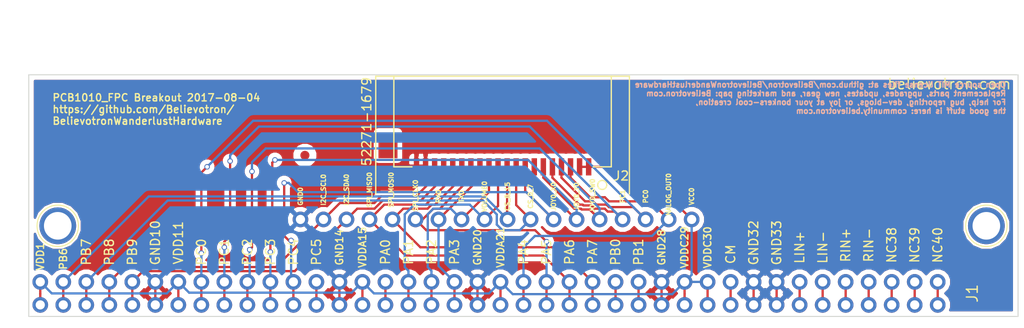
<source format=kicad_pcb>
(kicad_pcb (version 4) (host pcbnew 4.0.4-stable)

  (general
    (links 88)
    (no_connects 0)
    (area 25.659999 -34.925 185.860001 1.270001)
    (thickness 1.6)
    (drawings 17)
    (tracks 244)
    (zones 0)
    (modules 25)
    (nets 31)
  )

  (page A4)
  (layers
    (0 F.Cu signal)
    (31 B.Cu signal)
    (32 B.Adhes user)
    (33 F.Adhes user)
    (34 B.Paste user)
    (35 F.Paste user)
    (36 B.SilkS user)
    (37 F.SilkS user)
    (38 B.Mask user)
    (39 F.Mask user)
    (40 Dwgs.User user hide)
    (41 Cmts.User user)
    (42 Eco1.User user)
    (43 Eco2.User user)
    (44 Edge.Cuts user)
    (45 Margin user)
    (46 B.CrtYd user)
    (47 F.CrtYd user hide)
    (48 B.Fab user)
    (49 F.Fab user hide)
  )

  (setup
    (last_trace_width 0.25)
    (trace_clearance 0.2)
    (zone_clearance 0.508)
    (zone_45_only no)
    (trace_min 0.2)
    (segment_width 0.2)
    (edge_width 0.1)
    (via_size 0.6)
    (via_drill 0.4)
    (via_min_size 0.4)
    (via_min_drill 0.3)
    (uvia_size 0.3)
    (uvia_drill 0.1)
    (uvias_allowed no)
    (uvia_min_size 0.2)
    (uvia_min_drill 0.1)
    (pcb_text_width 0.3)
    (pcb_text_size 1.5 1.5)
    (mod_edge_width 0.15)
    (mod_text_size 1 1)
    (mod_text_width 0.15)
    (pad_size 4.064 4.064)
    (pad_drill 3.048)
    (pad_to_mask_clearance 0)
    (aux_axis_origin 0 0)
    (visible_elements 7FFEFFFF)
    (pcbplotparams
      (layerselection 0x010fc_80000001)
      (usegerberextensions false)
      (excludeedgelayer true)
      (linewidth 0.100000)
      (plotframeref false)
      (viasonmask false)
      (mode 1)
      (useauxorigin false)
      (hpglpennumber 1)
      (hpglpenspeed 20)
      (hpglpendiameter 15)
      (hpglpenoverlay 2)
      (psnegative false)
      (psa4output false)
      (plotreference true)
      (plotvalue true)
      (plotinvisibletext false)
      (padsonsilk false)
      (subtractmaskfromsilk false)
      (outputformat 1)
      (mirror false)
      (drillshape 0)
      (scaleselection 1)
      (outputdirectory Output/PCB1010_Gerbers_2017-08-04/))
  )

  (net 0 "")
  (net 1 GND)
  (net 2 +3V3)
  (net 3 /VOLUME)
  (net 4 /I2C_SCL)
  (net 5 /I2C_SDA)
  (net 6 /SPI_CLK)
  (net 7 /SPI_MISO)
  (net 8 /SPI_MOSI)
  (net 9 "Net-(J1-Pad31)")
  (net 10 "Net-(J1-Pad34)")
  (net 11 "Net-(J1-Pad35)")
  (net 12 "Net-(J1-Pad36)")
  (net 13 "Net-(J1-Pad37)")
  (net 14 "Net-(J1-Pad38)")
  (net 15 "Net-(J1-Pad39)")
  (net 16 "Net-(J1-Pad40)")
  (net 17 /CS_8_15)
  (net 18 /CS_0_7)
  (net 19 /TX)
  (net 20 /RX)
  (net 21 /JOY0_Y)
  (net 22 /PC1)
  (net 23 /PC0)
  (net 24 /JOY0_X)
  (net 25 /JOY0_SW)
  (net 26 "Net-(J1-Pad16)")
  (net 27 /ANALOG_OUT)
  (net 28 "Net-(J1-Pad26)")
  (net 29 "Net-(J1-Pad27)")
  (net 30 "Net-(J1-Pad13)")

  (net_class Default "This is the default net class."
    (clearance 0.2)
    (trace_width 0.25)
    (via_dia 0.6)
    (via_drill 0.4)
    (uvia_dia 0.3)
    (uvia_drill 0.1)
    (add_net +3V3)
    (add_net /ANALOG_OUT)
    (add_net /CS_0_7)
    (add_net /CS_8_15)
    (add_net /I2C_SCL)
    (add_net /I2C_SDA)
    (add_net /JOY0_SW)
    (add_net /JOY0_X)
    (add_net /JOY0_Y)
    (add_net /PC0)
    (add_net /PC1)
    (add_net /RX)
    (add_net /SPI_CLK)
    (add_net /SPI_MISO)
    (add_net /SPI_MOSI)
    (add_net /TX)
    (add_net /VOLUME)
    (add_net GND)
    (add_net "Net-(J1-Pad13)")
    (add_net "Net-(J1-Pad16)")
    (add_net "Net-(J1-Pad26)")
    (add_net "Net-(J1-Pad27)")
    (add_net "Net-(J1-Pad31)")
    (add_net "Net-(J1-Pad34)")
    (add_net "Net-(J1-Pad35)")
    (add_net "Net-(J1-Pad36)")
    (add_net "Net-(J1-Pad37)")
    (add_net "Net-(J1-Pad38)")
    (add_net "Net-(J1-Pad39)")
    (add_net "Net-(J1-Pad40)")
  )

  (module Connect:1pin (layer F.Cu) (tedit 58896CB2) (tstamp 596EAE87)
    (at 54 -10)
    (descr "module 1 pin (ou trou mecanique de percage)")
    (tags DEV)
    (fp_text reference REF** (at 0 -3.048) (layer F.SilkS) hide
      (effects (font (size 1 1) (thickness 0.15)))
    )
    (fp_text value 1pin (at 0 3) (layer F.Fab)
      (effects (font (size 1 1) (thickness 0.15)))
    )
    (fp_circle (center 0 0) (end 2 0.8) (layer F.Fab) (width 0.1))
    (fp_circle (center 0 0) (end 2.6 0) (layer F.CrtYd) (width 0.05))
    (fp_circle (center 0 0) (end 0 -2.286) (layer F.SilkS) (width 0.12))
    (pad 1 thru_hole circle (at 0 0) (size 4.064 4.064) (drill 3.048) (layers *.Cu *.Mask))
  )

  (module Fiducials:Fiducial_1mm_Dia_2.54mm_Outer_CopperTop (layer F.Cu) (tedit 58896B7C) (tstamp 59610E74)
    (at 81.28 -17.78)
    (descr "Circular Fiducial, 1mm bare copper top; 2.54mm keepout")
    (tags marker)
    (attr virtual)
    (fp_text reference REF** (at 3.4 0.7) (layer F.SilkS) hide
      (effects (font (size 1 1) (thickness 0.15)))
    )
    (fp_text value Fiducial_1mm_Dia_2.54mm_Outer_CopperTop (at 0 -1.8) (layer F.Fab)
      (effects (font (size 1 1) (thickness 0.15)))
    )
    (fp_circle (center 0 0) (end 1.55 0) (layer F.CrtYd) (width 0.05))
    (pad ~ smd circle (at 0 0) (size 1 1) (layers F.Cu F.Mask)
      (solder_mask_margin 0.77) (clearance 0.77))
  )

  (module Fiducials:Fiducial_1mm_Dia_2.54mm_Outer_CopperTop (layer F.Cu) (tedit 58896B7C) (tstamp 59610E6F)
    (at 121.92 -17.78)
    (descr "Circular Fiducial, 1mm bare copper top; 2.54mm keepout")
    (tags marker)
    (attr virtual)
    (fp_text reference REF** (at 3.4 0.7) (layer F.SilkS) hide
      (effects (font (size 1 1) (thickness 0.15)))
    )
    (fp_text value Fiducial_1mm_Dia_2.54mm_Outer_CopperTop (at 0 -1.8) (layer F.Fab)
      (effects (font (size 1 1) (thickness 0.15)))
    )
    (fp_circle (center 0 0) (end 1.55 0) (layer F.CrtYd) (width 0.05))
    (pad ~ smd circle (at 0 0) (size 1 1) (layers F.Cu F.Mask)
      (solder_mask_margin 0.77) (clearance 0.77))
  )

  (module Connect:1pin (layer F.Cu) (tedit 58896CB2) (tstamp 591E28E8)
    (at 156.5 -10)
    (descr "module 1 pin (ou trou mecanique de percage)")
    (tags DEV)
    (fp_text reference REF** (at 0 -3.048) (layer F.SilkS) hide
      (effects (font (size 1 1) (thickness 0.15)))
    )
    (fp_text value 1pin (at 0 3) (layer F.Fab)
      (effects (font (size 1 1) (thickness 0.15)))
    )
    (fp_circle (center 0 0) (end 2 0.8) (layer F.Fab) (width 0.1))
    (fp_circle (center 0 0) (end 2.6 0) (layer F.CrtYd) (width 0.05))
    (fp_circle (center 0 0) (end 0 -2.286) (layer F.SilkS) (width 0.12))
    (pad 1 thru_hole circle (at 0 0) (size 4.064 4.064) (drill 3.048) (layers *.Cu *.Mask))
  )

  (module Fiducials:Fiducial_1mm_Dia_2.54mm_Outer_CopperTop (layer F.Cu) (tedit 58896B7C) (tstamp 58899026)
    (at 121.92 -25.4)
    (descr "Circular Fiducial, 1mm bare copper top; 2.54mm keepout")
    (tags marker)
    (attr virtual)
    (fp_text reference REF** (at 3.4 0.7) (layer F.SilkS) hide
      (effects (font (size 1 1) (thickness 0.15)))
    )
    (fp_text value Fiducial_1mm_Dia_2.54mm_Outer_CopperTop (at 0 -1.8) (layer F.Fab)
      (effects (font (size 1 1) (thickness 0.15)))
    )
    (fp_circle (center 0 0) (end 1.55 0) (layer F.CrtYd) (width 0.05))
    (pad ~ smd circle (at 0 0) (size 1 1) (layers F.Cu F.Mask)
      (solder_mask_margin 0.77) (clearance 0.77))
  )

  (module Liberry:FFC_1MM_20POS_MOLEX_52271-2079 (layer F.Cu) (tedit 596EA7D6) (tstamp 596EAA9A)
    (at 103.1 -16.51 180)
    (path /596EA301)
    (fp_text reference J2 (at -13.105 -1 180) (layer F.SilkS)
      (effects (font (size 1 1) (thickness 0.15)))
    )
    (fp_text value FPC_20POS (at 1 11 180) (layer F.Fab)
      (effects (font (size 1 1) (thickness 0.15)))
    )
    (fp_line (start 14 10) (end 14 -3) (layer F.SilkS) (width 0.15))
    (fp_line (start 12 10) (end 14 10) (layer F.SilkS) (width 0.15))
    (fp_line (start -14 10) (end -12 10) (layer F.SilkS) (width 0.15))
    (fp_line (start -14 -3) (end -14 10) (layer F.SilkS) (width 0.15))
    (fp_text user 52271-1679 (at 15 5 270) (layer F.SilkS)
      (effects (font (size 1 1) (thickness 0.15)))
    )
    (fp_circle (center -11 -2) (end -10.5 -2) (layer F.SilkS) (width 0.15))
    (fp_line (start -10 0) (end -12 0) (layer F.SilkS) (width 0.15))
    (fp_line (start 12 0) (end 10 0) (layer F.SilkS) (width 0.15))
    (fp_line (start 12 10) (end 12 0) (layer F.SilkS) (width 0.15))
    (fp_line (start -12 10) (end 12 10) (layer F.SilkS) (width 0.15))
    (fp_line (start -12 0) (end -12 10) (layer F.SilkS) (width 0.15))
    (fp_line (start -11.6 1.55) (end -9.95 1.55) (layer F.CrtYd) (width 0.15))
    (fp_line (start -9.95 3.15) (end -9.95 1.55) (layer F.CrtYd) (width 0.15))
    (fp_line (start -11.6 3.15) (end -9.95 3.15) (layer F.CrtYd) (width 0.15))
    (fp_line (start -11.6 1.55) (end -11.6 3.15) (layer F.CrtYd) (width 0.15))
    (fp_line (start 11.6 3.15) (end 11.6 1.55) (layer F.CrtYd) (width 0.15))
    (fp_line (start 9.95 1.55) (end 11.6 1.55) (layer F.CrtYd) (width 0.15))
    (fp_line (start 9.95 3.15) (end 11.6 3.15) (layer F.CrtYd) (width 0.15))
    (fp_line (start 9.95 1.55) (end 9.95 3.15) (layer F.CrtYd) (width 0.15))
    (pad 1 smd rect (at -9.5 0 180) (size 0.6 1.9) (layers F.Cu F.Paste F.Mask)
      (net 2 +3V3))
    (pad 2 smd rect (at -8.5 0 180) (size 0.6 1.9) (layers F.Cu F.Paste F.Mask)
      (net 2 +3V3))
    (pad 3 smd rect (at -7.5 0 180) (size 0.6 1.9) (layers F.Cu F.Paste F.Mask)
      (net 27 /ANALOG_OUT))
    (pad 4 smd rect (at -6.5 0 180) (size 0.6 1.9) (layers F.Cu F.Paste F.Mask)
      (net 23 /PC0))
    (pad 5 smd rect (at -5.5 0 180) (size 0.6 1.9) (layers F.Cu F.Paste F.Mask)
      (net 22 /PC1))
    (pad 6 smd rect (at -4.5 0 180) (size 0.6 1.9) (layers F.Cu F.Paste F.Mask)
      (net 25 /JOY0_SW))
    (pad 7 smd rect (at -3.5 0 180) (size 0.6 1.9) (layers F.Cu F.Paste F.Mask)
      (net 21 /JOY0_Y))
    (pad 8 smd rect (at -2.5 0 180) (size 0.6 1.9) (layers F.Cu F.Paste F.Mask)
      (net 24 /JOY0_X))
    (pad 9 smd rect (at -1.5 0 180) (size 0.6 1.9) (layers F.Cu F.Paste F.Mask)
      (net 18 /CS_0_7))
    (pad 10 smd rect (at -0.5 0 180) (size 0.6 1.9) (layers F.Cu F.Paste F.Mask)
      (net 17 /CS_8_15))
    (pad 11 smd rect (at 0.5 0 180) (size 0.6 1.9) (layers F.Cu F.Paste F.Mask)
      (net 3 /VOLUME))
    (pad 12 smd rect (at 1.5 0 180) (size 0.6 1.9) (layers F.Cu F.Paste F.Mask)
      (net 19 /TX))
    (pad 13 smd rect (at 2.5 0 180) (size 0.6 1.9) (layers F.Cu F.Paste F.Mask)
      (net 20 /RX))
    (pad 14 smd rect (at 3.5 0 180) (size 0.6 1.9) (layers F.Cu F.Paste F.Mask)
      (net 6 /SPI_CLK))
    (pad 15 smd rect (at 4.5 0 180) (size 0.6 1.9) (layers F.Cu F.Paste F.Mask)
      (net 8 /SPI_MOSI))
    (pad 16 smd rect (at 5.5 0 180) (size 0.6 1.9) (layers F.Cu F.Paste F.Mask)
      (net 7 /SPI_MISO))
    (pad "" smd rect (at 12.65 2.35 180) (size 2.1 2.8) (layers F.Cu F.Paste F.Mask))
    (pad "" smd rect (at -12.65 2.35 180) (size 2.1 2.8) (layers F.Cu F.Paste F.Mask))
    (pad 17 smd rect (at 6.5 0 180) (size 0.6 1.9) (layers F.Cu F.Paste F.Mask)
      (net 5 /I2C_SDA))
    (pad 18 smd rect (at 7.5 0 180) (size 0.6 1.9) (layers F.Cu F.Paste F.Mask)
      (net 4 /I2C_SCL))
    (pad 19 smd rect (at 8.5 0 180) (size 0.6 1.9) (layers F.Cu F.Paste F.Mask)
      (net 1 GND))
    (pad 20 smd rect (at 9.5 0 180) (size 0.6 1.9) (layers F.Cu F.Paste F.Mask)
      (net 1 GND))
    (model ../../../../../../Users/danie/Documents/WIP/Believotron/Believotron-Github/BelievotronWanderlustHardware/Liberry.pretty/3D_Files/FPC_1MM_20POS_BOTTOM_MOLEX_522712079.wrl
      (at (xyz 0 -0.031496 0))
      (scale (xyz 0.4 0.4 0.4))
      (rotate (xyz -90 0 0))
    )
  )

  (module Liberry:Axoloti-40x2_slim (layer F.Cu) (tedit 5984F1BB) (tstamp 591BA8C5)
    (at 52.07 -1.27)
    (path /591BA4F8)
    (fp_text reference J1 (at 102.87 -1.27 90) (layer F.SilkS)
      (effects (font (size 1.2 1.2) (thickness 0.15)))
    )
    (fp_text value Axoloti_40Pin (at -2.794 -4.826 90) (layer F.Fab)
      (effects (font (size 1.2 1.2) (thickness 0.15)))
    )
    (fp_text user NC40 (at 99.06 -6.604 90) (layer F.SilkS)
      (effects (font (size 1 1) (thickness 0.15)))
    )
    (fp_text user NC39 (at 96.52 -6.604 90) (layer F.SilkS)
      (effects (font (size 1 1) (thickness 0.15)))
    )
    (fp_text user NC38 (at 93.98 -6.604 90) (layer F.SilkS)
      (effects (font (size 1 1) (thickness 0.15)))
    )
    (fp_text user RIN- (at 91.44 -6.604 90) (layer F.SilkS)
      (effects (font (size 1 1) (thickness 0.15)))
    )
    (fp_text user RIN+ (at 88.9 -6.604 90) (layer F.SilkS)
      (effects (font (size 1 1) (thickness 0.15)))
    )
    (fp_text user LIN- (at 86.36 -6.35 90) (layer F.SilkS)
      (effects (font (size 1 1) (thickness 0.15)))
    )
    (fp_text user LIN+ (at 83.82 -6.35 90) (layer F.SilkS)
      (effects (font (size 1 1) (thickness 0.15)))
    )
    (fp_text user GND33 (at 81.28 -6.858 90) (layer F.SilkS)
      (effects (font (size 1 1) (thickness 0.15)))
    )
    (fp_text user GND32 (at 78.74 -6.858 90) (layer F.SilkS)
      (effects (font (size 1 1) (thickness 0.15)))
    )
    (fp_text user CM (at 76.2 -5.588 90) (layer F.SilkS)
      (effects (font (size 1 1) (thickness 0.15)))
    )
    (fp_text user VDDC30 (at 73.66 -6.35 90) (layer F.SilkS)
      (effects (font (size 0.8 0.8) (thickness 0.15)))
    )
    (fp_text user VDDC29 (at 71.12 -6.35 90) (layer F.SilkS)
      (effects (font (size 0.8 0.8) (thickness 0.15)))
    )
    (fp_text user GND28 (at 68.58 -6.35 90) (layer F.SilkS)
      (effects (font (size 0.8 0.8) (thickness 0.15)))
    )
    (fp_text user PB1 (at 66.04 -5.842 90) (layer F.SilkS)
      (effects (font (size 1 1) (thickness 0.15)))
    )
    (fp_text user PB0 (at 63.5 -5.842 90) (layer F.SilkS)
      (effects (font (size 1 1) (thickness 0.15)))
    )
    (fp_text user PA7 (at 60.96 -5.842 90) (layer F.SilkS)
      (effects (font (size 1 1) (thickness 0.15)))
    )
    (fp_text user PA6 (at 58.42 -5.842 90) (layer F.SilkS)
      (effects (font (size 1 1) (thickness 0.15)))
    )
    (fp_text user PA5 (at 55.88 -5.842 90) (layer F.SilkS)
      (effects (font (size 1 1) (thickness 0.15)))
    )
    (fp_text user PA4 (at 53.34 -5.842 90) (layer F.SilkS)
      (effects (font (size 1 1) (thickness 0.15)))
    )
    (fp_text user VDDA21 (at 50.8 -6.35 90) (layer F.SilkS)
      (effects (font (size 0.8 0.8) (thickness 0.15)))
    )
    (fp_text user GND20 (at 48.26 -6.35 90) (layer F.SilkS)
      (effects (font (size 0.8 0.8) (thickness 0.15)))
    )
    (fp_text user PA3 (at 45.72 -5.842 90) (layer F.SilkS)
      (effects (font (size 1 1) (thickness 0.15)))
    )
    (fp_text user PA2 (at 43.18 -5.842 90) (layer F.SilkS)
      (effects (font (size 1 1) (thickness 0.15)))
    )
    (fp_text user PA1 (at 40.64 -5.842 90) (layer F.SilkS)
      (effects (font (size 1 1) (thickness 0.15)))
    )
    (fp_text user PA0 (at 38.1 -5.842 90) (layer F.SilkS)
      (effects (font (size 1 1) (thickness 0.15)))
    )
    (fp_text user VDDA15 (at 35.56 -6.35 90) (layer F.SilkS)
      (effects (font (size 0.8 0.8) (thickness 0.15)))
    )
    (fp_text user GND14 (at 33.02 -6.35 90) (layer F.SilkS)
      (effects (font (size 0.8 0.8) (thickness 0.15)))
    )
    (fp_text user PC5 (at 30.48 -5.842 90) (layer F.SilkS)
      (effects (font (size 1 1) (thickness 0.15)))
    )
    (fp_text user PC4 (at 27.94 -5.842 90) (layer F.SilkS)
      (effects (font (size 1 1) (thickness 0.15)))
    )
    (fp_text user PC3 (at 25.4 -5.842 90) (layer F.SilkS)
      (effects (font (size 1 1) (thickness 0.15)))
    )
    (fp_text user PC2 (at 22.86 -5.842 90) (layer F.SilkS)
      (effects (font (size 1 1) (thickness 0.15)))
    )
    (fp_text user PC1 (at 20.32 -5.842 90) (layer F.SilkS)
      (effects (font (size 1 1) (thickness 0.15)))
    )
    (fp_text user PC0 (at 17.78 -5.842 90) (layer F.SilkS)
      (effects (font (size 1 1) (thickness 0.15)))
    )
    (fp_text user VDD11 (at 15.24 -6.858 90) (layer F.SilkS)
      (effects (font (size 1 1) (thickness 0.15)))
    )
    (fp_text user GND10 (at 12.7 -6.858 90) (layer F.SilkS)
      (effects (font (size 1 1) (thickness 0.15)))
    )
    (fp_text user PB9 (at 10.16 -5.842 90) (layer F.SilkS)
      (effects (font (size 1 1) (thickness 0.15)))
    )
    (fp_text user PB8 (at 7.62 -5.842 90) (layer F.SilkS)
      (effects (font (size 1 1) (thickness 0.15)))
    )
    (fp_text user PB7 (at 5.08 -5.842 90) (layer F.SilkS)
      (effects (font (size 1 1) (thickness 0.15)))
    )
    (fp_text user PB6 (at 2.54 -5.08 90) (layer F.SilkS)
      (effects (font (size 0.8 0.8) (thickness 0.15)))
    )
    (fp_text user VDD1 (at 0 -5.334 90) (layer F.SilkS)
      (effects (font (size 0.8 0.8) (thickness 0.15)))
    )
    (pad 8 thru_hole circle (at 17.78 0) (size 1.7272 1.7272) (drill 1.016) (layers *.Cu *.Mask)
      (net 23 /PC0))
    (pad 11 thru_hole circle (at 25.4 0) (size 1.7272 1.7272) (drill 1.016) (layers *.Cu *.Mask)
      (net 21 /JOY0_Y))
    (pad 28 thru_hole circle (at 68.58 0) (size 1.7272 1.7272) (drill 1.016) (layers *.Cu *.Mask)
      (net 1 GND))
    (pad 4 thru_hole circle (at 7.62 0) (size 1.7272 1.7272) (drill 1.016) (layers *.Cu *.Mask)
      (net 4 /I2C_SCL))
    (pad 1 thru_hole circle (at 0 0) (size 1.7272 1.7272) (drill 1.016) (layers *.Cu *.Mask)
      (net 2 +3V3))
    (pad 2 thru_hole circle (at 2.54 0) (size 1.7272 1.7272) (drill 1.016) (layers *.Cu *.Mask)
      (net 17 /CS_8_15))
    (pad 3 thru_hole circle (at 5.08 0) (size 1.7272 1.7272) (drill 1.016) (layers *.Cu *.Mask)
      (net 18 /CS_0_7))
    (pad 5 thru_hole circle (at 10.16 0) (size 1.7272 1.7272) (drill 1.016) (layers *.Cu *.Mask)
      (net 5 /I2C_SDA))
    (pad 9 thru_hole circle (at 20.32 0) (size 1.7272 1.7272) (drill 1.016) (layers *.Cu *.Mask)
      (net 22 /PC1))
    (pad 6 thru_hole circle (at 12.7 0) (size 1.7272 1.7272) (drill 1.016) (layers *.Cu *.Mask)
      (net 1 GND))
    (pad 7 thru_hole circle (at 15.24 0) (size 1.7272 1.7272) (drill 1.016) (layers *.Cu *.Mask)
      (net 2 +3V3))
    (pad 10 thru_hole circle (at 22.86 0) (size 1.7272 1.7272) (drill 1.016) (layers *.Cu *.Mask)
      (net 25 /JOY0_SW))
    (pad 14 thru_hole circle (at 33.02 0) (size 1.7272 1.7272) (drill 1.016) (layers *.Cu *.Mask)
      (net 1 GND))
    (pad 12 thru_hole circle (at 27.94 0) (size 1.7272 1.7272) (drill 1.016) (layers *.Cu *.Mask)
      (net 24 /JOY0_X))
    (pad 13 thru_hole circle (at 30.48 0) (size 1.7272 1.7272) (drill 1.016) (layers *.Cu *.Mask)
      (net 30 "Net-(J1-Pad13)"))
    (pad 15 thru_hole circle (at 35.56 0) (size 1.7272 1.7272) (drill 1.016) (layers *.Cu *.Mask)
      (net 2 +3V3))
    (pad 19 thru_hole circle (at 45.72 0) (size 1.7272 1.7272) (drill 1.016) (layers *.Cu *.Mask)
      (net 20 /RX))
    (pad 16 thru_hole circle (at 38.1 0) (size 1.7272 1.7272) (drill 1.016) (layers *.Cu *.Mask)
      (net 26 "Net-(J1-Pad16)"))
    (pad 17 thru_hole circle (at 40.64 0) (size 1.7272 1.7272) (drill 1.016) (layers *.Cu *.Mask)
      (net 3 /VOLUME))
    (pad 18 thru_hole circle (at 43.18 0) (size 1.7272 1.7272) (drill 1.016) (layers *.Cu *.Mask)
      (net 19 /TX))
    (pad 20 thru_hole circle (at 48.26 0) (size 1.7272 1.7272) (drill 1.016) (layers *.Cu *.Mask)
      (net 1 GND))
    (pad 24 thru_hole circle (at 58.42 0) (size 1.7272 1.7272) (drill 1.016) (layers *.Cu *.Mask)
      (net 7 /SPI_MISO))
    (pad 21 thru_hole circle (at 50.8 0) (size 1.7272 1.7272) (drill 1.016) (layers *.Cu *.Mask)
      (net 2 +3V3))
    (pad 22 thru_hole circle (at 53.34 0) (size 1.7272 1.7272) (drill 1.016) (layers *.Cu *.Mask)
      (net 27 /ANALOG_OUT))
    (pad 23 thru_hole circle (at 55.88 0) (size 1.7272 1.7272) (drill 1.016) (layers *.Cu *.Mask)
      (net 6 /SPI_CLK))
    (pad 25 thru_hole circle (at 60.96 0) (size 1.7272 1.7272) (drill 1.016) (layers *.Cu *.Mask)
      (net 8 /SPI_MOSI))
    (pad 29 thru_hole circle (at 71.12 0) (size 1.7272 1.7272) (drill 1.016) (layers *.Cu *.Mask)
      (net 2 +3V3))
    (pad 26 thru_hole circle (at 63.5 0) (size 1.7272 1.7272) (drill 1.016) (layers *.Cu *.Mask)
      (net 28 "Net-(J1-Pad26)"))
    (pad 27 thru_hole circle (at 66.04 0) (size 1.7272 1.7272) (drill 1.016) (layers *.Cu *.Mask)
      (net 29 "Net-(J1-Pad27)"))
    (pad 30 thru_hole circle (at 73.66 0) (size 1.7272 1.7272) (drill 1.016) (layers *.Cu *.Mask)
      (net 2 +3V3))
    (pad 34 thru_hole circle (at 83.82 0) (size 1.7272 1.7272) (drill 1.016) (layers *.Cu *.Mask)
      (net 10 "Net-(J1-Pad34)"))
    (pad 31 thru_hole circle (at 76.2 0) (size 1.7272 1.7272) (drill 1.016) (layers *.Cu *.Mask)
      (net 9 "Net-(J1-Pad31)"))
    (pad 32 thru_hole circle (at 78.74 0) (size 1.7272 1.7272) (drill 1.016) (layers *.Cu *.Mask)
      (net 1 GND))
    (pad 33 thru_hole circle (at 81.28 0) (size 1.7272 1.7272) (drill 1.016) (layers *.Cu *.Mask)
      (net 1 GND))
    (pad 35 thru_hole circle (at 86.36 0) (size 1.7272 1.7272) (drill 1.016) (layers *.Cu *.Mask)
      (net 11 "Net-(J1-Pad35)"))
    (pad 39 thru_hole circle (at 96.52 0) (size 1.7272 1.7272) (drill 1.016) (layers *.Cu *.Mask)
      (net 15 "Net-(J1-Pad39)"))
    (pad 36 thru_hole circle (at 88.9 0) (size 1.7272 1.7272) (drill 1.016) (layers *.Cu *.Mask)
      (net 12 "Net-(J1-Pad36)"))
    (pad 37 thru_hole circle (at 91.44 0) (size 1.7272 1.7272) (drill 1.016) (layers *.Cu *.Mask)
      (net 13 "Net-(J1-Pad37)"))
    (pad 38 thru_hole circle (at 93.98 0) (size 1.7272 1.7272) (drill 1.016) (layers *.Cu *.Mask)
      (net 14 "Net-(J1-Pad38)"))
    (pad 40 thru_hole circle (at 99.06 0) (size 1.7272 1.7272) (drill 1.016) (layers *.Cu *.Mask)
      (net 16 "Net-(J1-Pad40)"))
    (pad 33 thru_hole circle (at 81.28 -2.54) (size 1.7272 1.7272) (drill 1.016) (layers *.Cu *.Mask)
      (net 1 GND))
    (pad 38 thru_hole circle (at 93.98 -2.54) (size 1.7272 1.7272) (drill 1.016) (layers *.Cu *.Mask)
      (net 14 "Net-(J1-Pad38)"))
    (pad 31 thru_hole circle (at 76.2 -2.54) (size 1.7272 1.7272) (drill 1.016) (layers *.Cu *.Mask)
      (net 9 "Net-(J1-Pad31)"))
    (pad 32 thru_hole circle (at 78.74 -2.54) (size 1.7272 1.7272) (drill 1.016) (layers *.Cu *.Mask)
      (net 1 GND))
    (pad 36 thru_hole circle (at 88.9 -2.54) (size 1.7272 1.7272) (drill 1.016) (layers *.Cu *.Mask)
      (net 12 "Net-(J1-Pad36)"))
    (pad 37 thru_hole circle (at 91.44 -2.54) (size 1.7272 1.7272) (drill 1.016) (layers *.Cu *.Mask)
      (net 13 "Net-(J1-Pad37)"))
    (pad 34 thru_hole circle (at 83.82 -2.54) (size 1.7272 1.7272) (drill 1.016) (layers *.Cu *.Mask)
      (net 10 "Net-(J1-Pad34)"))
    (pad 35 thru_hole circle (at 86.36 -2.54) (size 1.7272 1.7272) (drill 1.016) (layers *.Cu *.Mask)
      (net 11 "Net-(J1-Pad35)"))
    (pad 39 thru_hole circle (at 96.52 -2.54) (size 1.7272 1.7272) (drill 1.016) (layers *.Cu *.Mask)
      (net 15 "Net-(J1-Pad39)"))
    (pad 40 thru_hole circle (at 99.06 -2.54) (size 1.7272 1.7272) (drill 1.016) (layers *.Cu *.Mask)
      (net 16 "Net-(J1-Pad40)"))
    (pad 13 thru_hole circle (at 30.48 -2.54) (size 1.7272 1.7272) (drill 1.016) (layers *.Cu *.Mask)
      (net 30 "Net-(J1-Pad13)"))
    (pad 18 thru_hole circle (at 43.18 -2.54) (size 1.7272 1.7272) (drill 1.016) (layers *.Cu *.Mask)
      (net 19 /TX))
    (pad 11 thru_hole circle (at 25.4 -2.54) (size 1.7272 1.7272) (drill 1.016) (layers *.Cu *.Mask)
      (net 21 /JOY0_Y))
    (pad 12 thru_hole circle (at 27.94 -2.54) (size 1.7272 1.7272) (drill 1.016) (layers *.Cu *.Mask)
      (net 24 /JOY0_X))
    (pad 16 thru_hole circle (at 38.1 -2.54) (size 1.7272 1.7272) (drill 1.016) (layers *.Cu *.Mask)
      (net 26 "Net-(J1-Pad16)"))
    (pad 17 thru_hole circle (at 40.64 -2.54) (size 1.7272 1.7272) (drill 1.016) (layers *.Cu *.Mask)
      (net 3 /VOLUME))
    (pad 14 thru_hole circle (at 33.02 -2.54) (size 1.7272 1.7272) (drill 1.016) (layers *.Cu *.Mask)
      (net 1 GND))
    (pad 15 thru_hole circle (at 35.56 -2.54) (size 1.7272 1.7272) (drill 1.016) (layers *.Cu *.Mask)
      (net 2 +3V3))
    (pad 19 thru_hole circle (at 45.72 -2.54) (size 1.7272 1.7272) (drill 1.016) (layers *.Cu *.Mask)
      (net 20 /RX))
    (pad 20 thru_hole circle (at 48.26 -2.54) (size 1.7272 1.7272) (drill 1.016) (layers *.Cu *.Mask)
      (net 1 GND))
    (pad 3 thru_hole circle (at 5.08 -2.54) (size 1.7272 1.7272) (drill 1.016) (layers *.Cu *.Mask)
      (net 18 /CS_0_7))
    (pad 8 thru_hole circle (at 17.78 -2.54) (size 1.7272 1.7272) (drill 1.016) (layers *.Cu *.Mask)
      (net 23 /PC0))
    (pad 1 thru_hole circle (at 0 -2.54) (size 1.7272 1.7272) (drill 1.016) (layers *.Cu *.Mask)
      (net 2 +3V3))
    (pad 2 thru_hole circle (at 2.54 -2.54) (size 1.7272 1.7272) (drill 1.016) (layers *.Cu *.Mask)
      (net 17 /CS_8_15))
    (pad 6 thru_hole circle (at 12.7 -2.54) (size 1.7272 1.7272) (drill 1.016) (layers *.Cu *.Mask)
      (net 1 GND))
    (pad 7 thru_hole circle (at 15.24 -2.54) (size 1.7272 1.7272) (drill 1.016) (layers *.Cu *.Mask)
      (net 2 +3V3))
    (pad 4 thru_hole circle (at 7.62 -2.54) (size 1.7272 1.7272) (drill 1.016) (layers *.Cu *.Mask)
      (net 4 /I2C_SCL))
    (pad 5 thru_hole circle (at 10.16 -2.54) (size 1.7272 1.7272) (drill 1.016) (layers *.Cu *.Mask)
      (net 5 /I2C_SDA))
    (pad 9 thru_hole circle (at 20.32 -2.54) (size 1.7272 1.7272) (drill 1.016) (layers *.Cu *.Mask)
      (net 22 /PC1))
    (pad 10 thru_hole circle (at 22.86 -2.54) (size 1.7272 1.7272) (drill 1.016) (layers *.Cu *.Mask)
      (net 25 /JOY0_SW))
    (pad 23 thru_hole circle (at 55.88 -2.54) (size 1.7272 1.7272) (drill 1.016) (layers *.Cu *.Mask)
      (net 6 /SPI_CLK))
    (pad 28 thru_hole circle (at 68.58 -2.54) (size 1.7272 1.7272) (drill 1.016) (layers *.Cu *.Mask)
      (net 1 GND))
    (pad 21 thru_hole circle (at 50.8 -2.54) (size 1.7272 1.7272) (drill 1.016) (layers *.Cu *.Mask)
      (net 2 +3V3))
    (pad 22 thru_hole circle (at 53.34 -2.54) (size 1.7272 1.7272) (drill 1.016) (layers *.Cu *.Mask)
      (net 27 /ANALOG_OUT))
    (pad 26 thru_hole circle (at 63.5 -2.54) (size 1.7272 1.7272) (drill 1.016) (layers *.Cu *.Mask)
      (net 28 "Net-(J1-Pad26)"))
    (pad 27 thru_hole circle (at 66.04 -2.54) (size 1.7272 1.7272) (drill 1.016) (layers *.Cu *.Mask)
      (net 29 "Net-(J1-Pad27)"))
    (pad 24 thru_hole circle (at 58.42 -2.54) (size 1.7272 1.7272) (drill 1.016) (layers *.Cu *.Mask)
      (net 7 /SPI_MISO))
    (pad 25 thru_hole circle (at 60.96 -2.54) (size 1.7272 1.7272) (drill 1.016) (layers *.Cu *.Mask)
      (net 8 /SPI_MOSI))
    (pad 29 thru_hole circle (at 71.12 -2.54) (size 1.7272 1.7272) (drill 1.016) (layers *.Cu *.Mask)
      (net 2 +3V3))
    (pad 30 thru_hole circle (at 73.66 -2.54) (size 1.7272 1.7272) (drill 1.016) (layers *.Cu *.Mask)
      (net 2 +3V3))
  )

  (module Liberry:single_0.1 (layer F.Cu) (tedit 5829F5BC) (tstamp 596FADED)
    (at 121.430553 -10.703139 270)
    (descr "10 pins through hole IDC header")
    (tags "IDC header socket VASCH")
    (path /596FB47C)
    (fp_text reference ANALOG_OUT0 (at -2.54 0 270) (layer F.SilkS)
      (effects (font (size 0.5 0.5) (thickness 0.125)))
    )
    (fp_text value CONN_01X01 (at 0 2.54 270) (layer F.Fab)
      (effects (font (size 1 1) (thickness 0.15)))
    )
    (pad 1 thru_hole circle (at 0 0 270) (size 1.7272 1.7272) (drill 1.016) (layers *.Cu *.Mask)
      (net 27 /ANALOG_OUT))
  )

  (module Liberry:single_0.1 (layer F.Cu) (tedit 5829F5BC) (tstamp 596FADF2)
    (at 106.190553 -10.703139 270)
    (descr "10 pins through hole IDC header")
    (tags "IDC header socket VASCH")
    (path /596FB6CC)
    (fp_text reference CS_0_7 (at -2.54 0 270) (layer F.SilkS)
      (effects (font (size 0.5 0.5) (thickness 0.125)))
    )
    (fp_text value CONN_01X01 (at 0 2.54 270) (layer F.Fab)
      (effects (font (size 1 1) (thickness 0.15)))
    )
    (pad 1 thru_hole circle (at 0 0 270) (size 1.7272 1.7272) (drill 1.016) (layers *.Cu *.Mask)
      (net 18 /CS_0_7))
  )

  (module Liberry:single_0.1 (layer F.Cu) (tedit 5829F5BC) (tstamp 596FADF7)
    (at 103.650553 -10.703139 270)
    (descr "10 pins through hole IDC header")
    (tags "IDC header socket VASCH")
    (path /596FB6D4)
    (fp_text reference CS_8_15 (at -2.54 0 270) (layer F.SilkS)
      (effects (font (size 0.5 0.5) (thickness 0.125)))
    )
    (fp_text value CONN_01X01 (at 0 2.54 270) (layer F.Fab)
      (effects (font (size 1 1) (thickness 0.15)))
    )
    (pad 1 thru_hole circle (at 0 0 270) (size 1.7272 1.7272) (drill 1.016) (layers *.Cu *.Mask)
      (net 17 /CS_8_15))
  )

  (module Liberry:single_0.1 (layer F.Cu) (tedit 5829F5BC) (tstamp 596FADFC)
    (at 80.790553 -10.703139 270)
    (descr "10 pins through hole IDC header")
    (tags "IDC header socket VASCH")
    (path /596FB874)
    (fp_text reference GND0 (at -2.54 0 270) (layer F.SilkS)
      (effects (font (size 0.5 0.5) (thickness 0.125)))
    )
    (fp_text value CONN_01X01 (at 0 2.54 270) (layer F.Fab)
      (effects (font (size 1 1) (thickness 0.15)))
    )
    (pad 1 thru_hole circle (at 0 0 270) (size 1.7272 1.7272) (drill 1.016) (layers *.Cu *.Mask)
      (net 1 GND))
  )

  (module Liberry:single_0.1 (layer F.Cu) (tedit 5829F5BC) (tstamp 596FAE06)
    (at 83.330553 -10.703139 270)
    (descr "10 pins through hole IDC header")
    (tags "IDC header socket VASCH")
    (path /596FB864)
    (fp_text reference I2C_SCL0 (at -3.266861 0 270) (layer F.SilkS)
      (effects (font (size 0.5 0.5) (thickness 0.125)))
    )
    (fp_text value CONN_01X01 (at 0 2.54 270) (layer F.Fab)
      (effects (font (size 1 1) (thickness 0.15)))
    )
    (pad 1 thru_hole circle (at 0 0 270) (size 1.7272 1.7272) (drill 1.016) (layers *.Cu *.Mask)
      (net 4 /I2C_SCL))
  )

  (module Liberry:single_0.1 (layer F.Cu) (tedit 5829F5BC) (tstamp 596FAE0B)
    (at 85.870553 -10.703139 270)
    (descr "10 pins through hole IDC header")
    (tags "IDC header socket VASCH")
    (path /596FB85C)
    (fp_text reference I2C_SDA0 (at -3.266861 0 270) (layer F.SilkS)
      (effects (font (size 0.5 0.5) (thickness 0.125)))
    )
    (fp_text value CONN_01X01 (at 0 2.54 270) (layer F.Fab)
      (effects (font (size 1 1) (thickness 0.15)))
    )
    (pad 1 thru_hole circle (at 0 0 270) (size 1.7272 1.7272) (drill 1.016) (layers *.Cu *.Mask)
      (net 5 /I2C_SDA))
  )

  (module Liberry:single_0.1 (layer F.Cu) (tedit 5829F5BC) (tstamp 596FAE10)
    (at 113.810553 -10.703139 270)
    (descr "10 pins through hole IDC header")
    (tags "IDC header socket VASCH")
    (path /596FB516)
    (fp_text reference JOY0_SW0 (at -2.631861 0.780553 270) (layer F.SilkS)
      (effects (font (size 0.5 0.5) (thickness 0.125)))
    )
    (fp_text value CONN_01X01 (at 0 2.54 270) (layer F.Fab)
      (effects (font (size 1 1) (thickness 0.15)))
    )
    (pad 1 thru_hole circle (at 0 0 270) (size 1.7272 1.7272) (drill 1.016) (layers *.Cu *.Mask)
      (net 25 /JOY0_SW))
  )

  (module Liberry:single_0.1 (layer F.Cu) (tedit 5829F5BC) (tstamp 596FAE15)
    (at 108.730553 -10.703139 270)
    (descr "10 pins through hole IDC header")
    (tags "IDC header socket VASCH")
    (path /596FB526)
    (fp_text reference JOY0_X0 (at -2.54 0 270) (layer F.SilkS)
      (effects (font (size 0.5 0.5) (thickness 0.125)))
    )
    (fp_text value CONN_01X01 (at 0 2.54 270) (layer F.Fab)
      (effects (font (size 1 1) (thickness 0.15)))
    )
    (pad 1 thru_hole circle (at 0 0 270) (size 1.7272 1.7272) (drill 1.016) (layers *.Cu *.Mask)
      (net 24 /JOY0_X))
  )

  (module Liberry:single_0.1 (layer F.Cu) (tedit 5829F5BC) (tstamp 596FAE1A)
    (at 111.270553 -10.703139 270)
    (descr "10 pins through hole IDC header")
    (tags "IDC header socket VASCH")
    (path /596FB51E)
    (fp_text reference JOY0_Y0 (at -2.54 0 270) (layer F.SilkS)
      (effects (font (size 0.5 0.5) (thickness 0.125)))
    )
    (fp_text value CONN_01X01 (at 0 2.54 270) (layer F.Fab)
      (effects (font (size 1 1) (thickness 0.15)))
    )
    (pad 1 thru_hole circle (at 0 0 270) (size 1.7272 1.7272) (drill 1.016) (layers *.Cu *.Mask)
      (net 21 /JOY0_Y))
  )

  (module Liberry:single_0.1 (layer F.Cu) (tedit 5829F5BC) (tstamp 596FAE1F)
    (at 118.890553 -10.703139 270)
    (descr "10 pins through hole IDC header")
    (tags "IDC header socket VASCH")
    (path /596FB484)
    (fp_text reference PC0 (at -2.54 0 270) (layer F.SilkS)
      (effects (font (size 0.5 0.5) (thickness 0.125)))
    )
    (fp_text value CONN_01X01 (at 0 2.54 270) (layer F.Fab)
      (effects (font (size 1 1) (thickness 0.15)))
    )
    (pad 1 thru_hole circle (at 0 0 270) (size 1.7272 1.7272) (drill 1.016) (layers *.Cu *.Mask)
      (net 23 /PC0))
  )

  (module Liberry:single_0.1 (layer F.Cu) (tedit 5829F5BC) (tstamp 596FAE24)
    (at 116.350553 -10.703139 270)
    (descr "10 pins through hole IDC header")
    (tags "IDC header socket VASCH")
    (path /596FB50E)
    (fp_text reference PC1 (at -2.54 0 270) (layer F.SilkS)
      (effects (font (size 0.5 0.5) (thickness 0.125)))
    )
    (fp_text value CONN_01X01 (at 0 2.54 270) (layer F.Fab)
      (effects (font (size 1 1) (thickness 0.15)))
    )
    (pad 1 thru_hole circle (at 0 0 270) (size 1.7272 1.7272) (drill 1.016) (layers *.Cu *.Mask)
      (net 22 /PC1))
  )

  (module Liberry:single_0.1 (layer F.Cu) (tedit 5829F5BC) (tstamp 596FAE29)
    (at 96.030553 -10.703139 270)
    (descr "10 pins through hole IDC header")
    (tags "IDC header socket VASCH")
    (path /596FB6EC)
    (fp_text reference RX0 (at -2.54 0 270) (layer F.SilkS)
      (effects (font (size 0.5 0.5) (thickness 0.125)))
    )
    (fp_text value CONN_01X01 (at 0 2.54 270) (layer F.Fab)
      (effects (font (size 1 1) (thickness 0.15)))
    )
    (pad 1 thru_hole circle (at 0 0 270) (size 1.7272 1.7272) (drill 1.016) (layers *.Cu *.Mask)
      (net 20 /RX))
  )

  (module Liberry:single_0.1 (layer F.Cu) (tedit 5829F5BC) (tstamp 596FAE2E)
    (at 93.490553 -10.703139 270)
    (descr "10 pins through hole IDC header")
    (tags "IDC header socket VASCH")
    (path /596FB6F4)
    (fp_text reference SPI_CLK0 (at -2.631861 0 270) (layer F.SilkS)
      (effects (font (size 0.5 0.5) (thickness 0.125)))
    )
    (fp_text value CONN_01X01 (at 0 2.54 270) (layer F.Fab)
      (effects (font (size 1 1) (thickness 0.15)))
    )
    (pad 1 thru_hole circle (at 0 0 270) (size 1.7272 1.7272) (drill 1.016) (layers *.Cu *.Mask)
      (net 6 /SPI_CLK))
  )

  (module Liberry:single_0.1 (layer F.Cu) (tedit 5829F5BC) (tstamp 596FAE33)
    (at 88.410553 -10.703139 270)
    (descr "10 pins through hole IDC header")
    (tags "IDC header socket VASCH")
    (path /596FB704)
    (fp_text reference SPI_MISO0 (at -3.266861 0 270) (layer F.SilkS)
      (effects (font (size 0.5 0.5) (thickness 0.125)))
    )
    (fp_text value CONN_01X01 (at 0 2.54 270) (layer F.Fab)
      (effects (font (size 1 1) (thickness 0.15)))
    )
    (pad 1 thru_hole circle (at 0 0 270) (size 1.7272 1.7272) (drill 1.016) (layers *.Cu *.Mask)
      (net 7 /SPI_MISO))
  )

  (module Liberry:single_0.1 (layer F.Cu) (tedit 5829F5BC) (tstamp 596FAE38)
    (at 90.950553 -10.703139 270)
    (descr "10 pins through hole IDC header")
    (tags "IDC header socket VASCH")
    (path /596FB6FC)
    (fp_text reference SPI_MOSI0 (at -3.266861 0.145553 270) (layer F.SilkS)
      (effects (font (size 0.5 0.5) (thickness 0.125)))
    )
    (fp_text value CONN_01X01 (at 0 2.54 270) (layer F.Fab)
      (effects (font (size 1 1) (thickness 0.15)))
    )
    (pad 1 thru_hole circle (at 0 0 270) (size 1.7272 1.7272) (drill 1.016) (layers *.Cu *.Mask)
      (net 8 /SPI_MOSI))
  )

  (module Liberry:single_0.1 (layer F.Cu) (tedit 5829F5BC) (tstamp 596FAE3D)
    (at 98.570553 -10.703139 270)
    (descr "10 pins through hole IDC header")
    (tags "IDC header socket VASCH")
    (path /596FB6E4)
    (fp_text reference TX0 (at -2.54 0 270) (layer F.SilkS)
      (effects (font (size 0.5 0.5) (thickness 0.125)))
    )
    (fp_text value CONN_01X01 (at 0 2.54 270) (layer F.Fab)
      (effects (font (size 1 1) (thickness 0.15)))
    )
    (pad 1 thru_hole circle (at 0 0 270) (size 1.7272 1.7272) (drill 1.016) (layers *.Cu *.Mask)
      (net 19 /TX))
  )

  (module Liberry:single_0.1 (layer F.Cu) (tedit 5829F5BC) (tstamp 596FAE42)
    (at 123.970553 -10.703139 270)
    (descr "10 pins through hole IDC header")
    (tags "IDC header socket VASCH")
    (path /596FB2D9)
    (fp_text reference VCC0 (at -2.54 0 270) (layer F.SilkS)
      (effects (font (size 0.5 0.5) (thickness 0.125)))
    )
    (fp_text value CONN_01X01 (at 0 2.54 270) (layer F.Fab)
      (effects (font (size 1 1) (thickness 0.15)))
    )
    (pad 1 thru_hole circle (at 0 0 270) (size 1.7272 1.7272) (drill 1.016) (layers *.Cu *.Mask)
      (net 2 +3V3))
  )

  (module Liberry:single_0.1 (layer F.Cu) (tedit 5829F5BC) (tstamp 596FAE4C)
    (at 101.110553 -10.703139 270)
    (descr "10 pins through hole IDC header")
    (tags "IDC header socket VASCH")
    (path /596FB6DC)
    (fp_text reference VOLUME0 (at -2.54 0 270) (layer F.SilkS)
      (effects (font (size 0.5 0.5) (thickness 0.125)))
    )
    (fp_text value CONN_01X01 (at 0 2.54 270) (layer F.Fab)
      (effects (font (size 1 1) (thickness 0.15)))
    )
    (pad 1 thru_hole circle (at 0 0 270) (size 1.7272 1.7272) (drill 1.016) (layers *.Cu *.Mask)
      (net 3 /VOLUME))
  )

  (gr_text "Open source MIT license files at: github.com/Believotron/BelievotronWanderlustHardware\nReplacement parts, upgrades, updates, new gear, and marketing pap: Believotron.com\nFor help, bug reporting, dev-blogs, or joy at your bonkers-cool creation, \nthe good stuff is here: community.believotron.com\n" (at 158.75 -24.13) (layer B.SilkS) (tstamp 58DE8AEA)
    (effects (font (size 0.6 0.6) (thickness 0.15)) (justify left mirror))
  )
  (gr_text believotron.com (at 152.4 -25.654) (layer F.SilkS) (tstamp 588158CF)
    (effects (font (size 1.15 1.15) (thickness 0.15)))
  )
  (gr_text "PCB1010_FPC Breakout 2017-08-04\nhttps://github.com/Believotron/\nBelievotronWanderlustHardware\n" (at 53.34 -22.86) (layer F.SilkS)
    (effects (font (size 0.8 0.8) (thickness 0.15)) (justify left))
  )
  (gr_line (start 185.76 -32.1253) (end 25.76 -32.1253) (layer Dwgs.User) (width 0.2))
  (gr_line (start 25.76 -0.0001) (end 25.76 -32.1253) (layer Dwgs.User) (width 0.2))
  (gr_line (start 45.76 -32.1253) (end 45.76 -0.0001) (layer Dwgs.User) (width 0.2))
  (gr_line (start 65.76 -32.1253) (end 65.76 -0.0001) (layer Dwgs.User) (width 0.2))
  (gr_line (start 85.76 -0.0001) (end 85.76 -32.1253) (layer Dwgs.User) (width 0.2))
  (gr_line (start 105.76 -32.1253) (end 105.76 -0.0001) (layer Dwgs.User) (width 0.2))
  (gr_line (start 125.76 -0.0001) (end 125.76 -32.1253) (layer Dwgs.User) (width 0.2))
  (gr_line (start 145.76 -0.0001) (end 145.76 -32.1253) (layer Dwgs.User) (width 0.2))
  (gr_line (start 165.76 -0.0001) (end 165.76 -32.1253) (layer Dwgs.User) (width 0.2))
  (gr_line (start 185.76 -32.25) (end 185.76 0) (layer Dwgs.User) (width 0.2))
  (gr_line (start 160 0) (end 160 -26.67) (layer Edge.Cuts) (width 0.1))
  (gr_line (start 50.8 -26.67) (end 160 -26.67) (layer Edge.Cuts) (width 0.1))
  (gr_line (start 50.8 0) (end 50.8 -26.67) (layer Edge.Cuts) (width 0.1))
  (gr_line (start 50.8 0) (end 160 0) (layer Edge.Cuts) (width 0.1))

  (segment (start 64.77 -1.27) (end 64.77 -3.81) (width 0.25) (layer F.Cu) (net 1))
  (segment (start 85.09 -1.27) (end 85.09 -3.81) (width 0.25) (layer F.Cu) (net 1))
  (segment (start 100.33 -1.27) (end 100.33 -3.81) (width 0.25) (layer F.Cu) (net 1))
  (segment (start 120.65 -1.27) (end 120.65 -2.491314) (width 0.25) (layer F.Cu) (net 1))
  (segment (start 120.65 -2.491314) (end 120.65 -3.81) (width 0.25) (layer F.Cu) (net 1))
  (segment (start 130.81 -1.27) (end 130.81 -3.81) (width 0.25) (layer F.Cu) (net 1))
  (segment (start 133.35 -1.27) (end 133.35 -3.81) (width 0.25) (layer F.Cu) (net 1))
  (segment (start 112.6 -16.51) (end 118.163692 -16.51) (width 0.25) (layer F.Cu) (net 2))
  (segment (start 111.6 -16.51) (end 112.6 -16.51) (width 0.25) (layer F.Cu) (net 2))
  (segment (start 118.163692 -16.51) (end 123.970553 -10.703139) (width 0.25) (layer F.Cu) (net 2))
  (segment (start 52.07 -1.27) (end 52.07 -2.491314) (width 0.25) (layer F.Cu) (net 2))
  (segment (start 52.07 -2.491314) (end 52.07 -3.81) (width 0.25) (layer F.Cu) (net 2))
  (segment (start 67.31 -1.27) (end 67.31 -3.81) (width 0.25) (layer F.Cu) (net 2))
  (segment (start 87.63 -1.27) (end 87.63 -3.81) (width 0.25) (layer F.Cu) (net 2))
  (segment (start 102.87 -1.27) (end 102.87 -3.81) (width 0.25) (layer F.Cu) (net 2))
  (segment (start 123.19 -1.27) (end 123.19 -2.491314) (width 0.25) (layer F.Cu) (net 2))
  (segment (start 123.19 -2.491314) (end 123.19 -3.81) (width 0.25) (layer F.Cu) (net 2))
  (segment (start 125.73 -1.27) (end 125.73 -3.81) (width 0.25) (layer F.Cu) (net 2))
  (segment (start 67.31 -3.81) (end 66.04 -2.54) (width 0.25) (layer B.Cu) (net 2))
  (segment (start 66.04 -2.54) (end 53.34 -2.54) (width 0.25) (layer B.Cu) (net 2))
  (segment (start 53.34 -2.54) (end 52.07 -3.81) (width 0.25) (layer B.Cu) (net 2))
  (segment (start 87.63 -3.81) (end 86.441399 -2.621399) (width 0.25) (layer B.Cu) (net 2))
  (segment (start 86.441399 -2.621399) (end 68.498601 -2.621399) (width 0.25) (layer B.Cu) (net 2))
  (segment (start 68.498601 -2.621399) (end 68.173599 -2.946401) (width 0.25) (layer B.Cu) (net 2))
  (segment (start 68.173599 -2.946401) (end 67.31 -3.81) (width 0.25) (layer B.Cu) (net 2))
  (segment (start 101.6 -2.54) (end 88.9 -2.54) (width 0.25) (layer B.Cu) (net 2))
  (segment (start 88.9 -2.54) (end 87.63 -3.81) (width 0.25) (layer B.Cu) (net 2))
  (segment (start 102.87 -3.81) (end 101.6 -2.54) (width 0.25) (layer B.Cu) (net 2))
  (segment (start 123.19 -3.81) (end 121.838601 -2.458601) (width 0.25) (layer B.Cu) (net 2))
  (segment (start 121.838601 -2.458601) (end 104.221399 -2.458601) (width 0.25) (layer B.Cu) (net 2))
  (segment (start 104.221399 -2.458601) (end 103.733599 -2.946401) (width 0.25) (layer B.Cu) (net 2))
  (segment (start 103.733599 -2.946401) (end 102.87 -3.81) (width 0.25) (layer B.Cu) (net 2))
  (segment (start 125.73 -3.81) (end 123.19 -3.81) (width 0.25) (layer B.Cu) (net 2))
  (segment (start 123.970553 -10.703139) (end 123.970553 -4.590553) (width 0.25) (layer B.Cu) (net 2))
  (segment (start 123.970553 -4.590553) (end 123.19 -3.81) (width 0.25) (layer B.Cu) (net 2))
  (segment (start 102.6 -16.51) (end 102.6 -12.192586) (width 0.25) (layer F.Cu) (net 3))
  (segment (start 102.6 -12.192586) (end 101.110553 -10.703139) (width 0.25) (layer F.Cu) (net 3))
  (segment (start 92.71 -1.27) (end 92.71 -3.81) (width 0.25) (layer F.Cu) (net 3))
  (segment (start 93.370035 -12.341751) (end 92.301952 -11.273668) (width 0.25) (layer B.Cu) (net 3))
  (segment (start 92.71 -5.031314) (end 92.71 -3.81) (width 0.25) (layer B.Cu) (net 3))
  (segment (start 92.301952 -5.439362) (end 92.71 -5.031314) (width 0.25) (layer B.Cu) (net 3))
  (segment (start 99.471941 -12.341751) (end 93.370035 -12.341751) (width 0.25) (layer B.Cu) (net 3))
  (segment (start 101.110553 -10.703139) (end 99.471941 -12.341751) (width 0.25) (layer B.Cu) (net 3))
  (segment (start 92.301952 -11.273668) (end 92.301952 -5.439362) (width 0.25) (layer B.Cu) (net 3))
  (segment (start 93.531773 -13.241773) (end 89.676365 -13.241773) (width 0.25) (layer F.Cu) (net 4))
  (segment (start 95.6 -16.51) (end 95.6 -15.31) (width 0.25) (layer F.Cu) (net 4))
  (segment (start 95.6 -15.31) (end 93.531773 -13.241773) (width 0.25) (layer F.Cu) (net 4))
  (segment (start 84.194152 -11.566738) (end 83.330553 -10.703139) (width 0.25) (layer F.Cu) (net 4))
  (segment (start 85.142425 -12.515011) (end 84.194152 -11.566738) (width 0.25) (layer F.Cu) (net 4))
  (segment (start 88.949603 -12.515011) (end 85.142425 -12.515011) (width 0.25) (layer F.Cu) (net 4))
  (segment (start 89.676365 -13.241773) (end 88.949603 -12.515011) (width 0.25) (layer F.Cu) (net 4))
  (segment (start 59.69 -1.27) (end 59.69 -3.81) (width 0.25) (layer F.Cu) (net 4))
  (segment (start 82.466954 -9.83954) (end 83.330553 -10.703139) (width 0.25) (layer F.Cu) (net 4))
  (segment (start 78.076026 -5.448612) (end 82.466954 -9.83954) (width 0.25) (layer F.Cu) (net 4))
  (segment (start 61.328612 -5.448612) (end 78.076026 -5.448612) (width 0.25) (layer F.Cu) (net 4))
  (segment (start 59.69 -3.81) (end 61.328612 -5.448612) (width 0.25) (layer F.Cu) (net 4))
  (segment (start 88.962744 -11.89174) (end 87.059154 -11.89174) (width 0.25) (layer F.Cu) (net 5))
  (segment (start 86.734152 -11.566738) (end 85.870553 -10.703139) (width 0.25) (layer F.Cu) (net 5))
  (segment (start 87.059154 -11.89174) (end 86.734152 -11.566738) (width 0.25) (layer F.Cu) (net 5))
  (segment (start 89.862766 -12.791762) (end 88.962744 -11.89174) (width 0.25) (layer F.Cu) (net 5))
  (segment (start 94.081762 -12.791762) (end 89.862766 -12.791762) (width 0.25) (layer F.Cu) (net 5))
  (segment (start 96.6 -15.31) (end 94.081762 -12.791762) (width 0.25) (layer F.Cu) (net 5))
  (segment (start 96.6 -16.51) (end 96.6 -15.31) (width 0.25) (layer F.Cu) (net 5))
  (segment (start 62.23 -1.27) (end 62.23 -3.81) (width 0.25) (layer F.Cu) (net 5))
  (segment (start 85.870553 -10.703139) (end 80.166015 -4.998601) (width 0.25) (layer F.Cu) (net 5))
  (segment (start 80.166015 -4.998601) (end 63.418601 -4.998601) (width 0.25) (layer F.Cu) (net 5))
  (segment (start 63.418601 -4.998601) (end 63.093599 -4.673599) (width 0.25) (layer F.Cu) (net 5))
  (segment (start 63.093599 -4.673599) (end 62.23 -3.81) (width 0.25) (layer F.Cu) (net 5))
  (segment (start 94.271423 -10.703139) (end 93.490553 -10.703139) (width 0.25) (layer F.Cu) (net 6))
  (segment (start 99.6 -16.51) (end 99.6 -15.31) (width 0.25) (layer F.Cu) (net 6))
  (segment (start 99.6 -15.31) (end 96.18174 -11.89174) (width 0.25) (layer F.Cu) (net 6))
  (segment (start 96.18174 -11.89174) (end 95.460024 -11.89174) (width 0.25) (layer F.Cu) (net 6))
  (segment (start 95.460024 -11.89174) (end 94.271423 -10.703139) (width 0.25) (layer F.Cu) (net 6))
  (segment (start 107.95 -1.27) (end 107.95 -3.81) (width 0.25) (layer F.Cu) (net 6))
  (segment (start 107.95 -8.255) (end 107.95 -3.81) (width 0.25) (layer B.Cu) (net 6))
  (segment (start 106.690462 -9.514538) (end 107.95 -8.255) (width 0.25) (layer F.Cu) (net 6))
  (via (at 107.95 -8.255) (size 0.6) (drill 0.4) (layers F.Cu B.Cu) (net 6))
  (segment (start 93.490553 -10.703139) (end 94.679154 -9.514538) (width 0.25) (layer F.Cu) (net 6))
  (segment (start 94.679154 -9.514538) (end 106.690462 -9.514538) (width 0.25) (layer F.Cu) (net 6))
  (segment (start 89.274152 -11.566738) (end 88.410553 -10.703139) (width 0.25) (layer F.Cu) (net 7))
  (segment (start 94.631751 -12.341751) (end 90.049165 -12.341751) (width 0.25) (layer F.Cu) (net 7))
  (segment (start 97.6 -16.51) (end 97.6 -15.31) (width 0.25) (layer F.Cu) (net 7))
  (segment (start 97.6 -15.31) (end 94.631751 -12.341751) (width 0.25) (layer F.Cu) (net 7))
  (segment (start 90.049165 -12.341751) (end 89.274152 -11.566738) (width 0.25) (layer F.Cu) (net 7))
  (segment (start 110.49 -1.27) (end 110.49 -3.81) (width 0.25) (layer F.Cu) (net 7))
  (segment (start 88.410553 -10.703139) (end 92.393712 -6.71998) (width 0.25) (layer F.Cu) (net 7))
  (segment (start 109.626401 -4.673599) (end 110.49 -3.81) (width 0.25) (layer F.Cu) (net 7))
  (segment (start 92.393712 -6.71998) (end 107.58002 -6.71998) (width 0.25) (layer F.Cu) (net 7))
  (segment (start 107.58002 -6.71998) (end 109.626401 -4.673599) (width 0.25) (layer F.Cu) (net 7))
  (segment (start 91.814152 -11.566738) (end 90.950553 -10.703139) (width 0.25) (layer F.Cu) (net 8))
  (segment (start 94.823614 -11.89174) (end 92.139154 -11.89174) (width 0.25) (layer F.Cu) (net 8))
  (segment (start 95.631751 -12.341751) (end 95.273624 -12.341751) (width 0.25) (layer F.Cu) (net 8))
  (segment (start 95.273624 -12.341751) (end 94.823614 -11.89174) (width 0.25) (layer F.Cu) (net 8))
  (segment (start 98.6 -16.51) (end 98.6 -15.31) (width 0.25) (layer F.Cu) (net 8))
  (segment (start 92.139154 -11.89174) (end 91.814152 -11.566738) (width 0.25) (layer F.Cu) (net 8))
  (segment (start 98.6 -15.31) (end 95.631751 -12.341751) (width 0.25) (layer F.Cu) (net 8))
  (segment (start 113.03 -1.27) (end 113.03 -3.81) (width 0.25) (layer F.Cu) (net 8))
  (segment (start 112.166401 -4.673599) (end 113.03 -3.81) (width 0.25) (layer F.Cu) (net 8))
  (segment (start 94.023694 -7.629998) (end 109.210002 -7.629998) (width 0.25) (layer F.Cu) (net 8))
  (segment (start 90.950553 -10.703139) (end 94.023694 -7.629998) (width 0.25) (layer F.Cu) (net 8))
  (segment (start 109.210002 -7.629998) (end 112.166401 -4.673599) (width 0.25) (layer F.Cu) (net 8))
  (segment (start 128.27 -1.27) (end 128.27 -3.81) (width 0.25) (layer F.Cu) (net 9))
  (segment (start 135.89 -1.27) (end 135.89 -3.81) (width 0.25) (layer F.Cu) (net 10))
  (segment (start 138.43 -1.27) (end 138.43 -3.81) (width 0.25) (layer F.Cu) (net 11))
  (segment (start 140.97 -3.81) (end 140.97 -1.27) (width 0.25) (layer F.Cu) (net 12))
  (segment (start 143.51 -1.27) (end 143.51 -3.81) (width 0.25) (layer F.Cu) (net 13))
  (segment (start 146.05 -1.27) (end 146.05 -3.81) (width 0.25) (layer F.Cu) (net 14))
  (segment (start 148.59 -1.27) (end 148.59 -3.81) (width 0.25) (layer F.Cu) (net 15))
  (segment (start 151.13 -1.27) (end 151.13 -3.81) (width 0.25) (layer F.Cu) (net 16))
  (segment (start 103.6 -16.51) (end 103.6 -10.753692) (width 0.25) (layer F.Cu) (net 17))
  (segment (start 103.6 -10.753692) (end 103.650553 -10.703139) (width 0.25) (layer F.Cu) (net 17))
  (segment (start 54.61 -1.27) (end 54.61 -3.81) (width 0.25) (layer F.Cu) (net 17))
  (segment (start 55.473599 -4.673599) (end 54.61 -3.81) (width 0.25) (layer B.Cu) (net 17))
  (segment (start 101.111919 -13.241773) (end 64.041773 -13.241773) (width 0.25) (layer B.Cu) (net 17))
  (segment (start 64.041773 -13.241773) (end 55.473599 -4.673599) (width 0.25) (layer B.Cu) (net 17))
  (segment (start 103.650553 -10.703139) (end 101.111919 -13.241773) (width 0.25) (layer B.Cu) (net 17))
  (segment (start 104.6 -16.51) (end 104.6 -12.293692) (width 0.25) (layer F.Cu) (net 18))
  (segment (start 104.6 -12.293692) (end 106.190553 -10.703139) (width 0.25) (layer F.Cu) (net 18))
  (segment (start 57.15 -1.27) (end 57.15 -3.81) (width 0.25) (layer F.Cu) (net 18))
  (segment (start 106.190553 -10.703139) (end 105.001952 -9.514538) (width 0.25) (layer B.Cu) (net 18))
  (segment (start 102.461952 -10.13261) (end 102.461952 -11.25533) (width 0.25) (layer B.Cu) (net 18))
  (segment (start 58.013599 -4.673599) (end 57.15 -3.81) (width 0.25) (layer B.Cu) (net 18))
  (segment (start 103.080024 -9.514538) (end 102.461952 -10.13261) (width 0.25) (layer B.Cu) (net 18))
  (segment (start 66.131762 -12.791762) (end 58.013599 -4.673599) (width 0.25) (layer B.Cu) (net 18))
  (segment (start 102.461952 -11.25533) (end 100.92552 -12.791762) (width 0.25) (layer B.Cu) (net 18))
  (segment (start 105.001952 -9.514538) (end 103.080024 -9.514538) (width 0.25) (layer B.Cu) (net 18))
  (segment (start 100.92552 -12.791762) (end 66.131762 -12.791762) (width 0.25) (layer B.Cu) (net 18))
  (segment (start 101.6 -16.51) (end 101.6 -13.732586) (width 0.25) (layer F.Cu) (net 19))
  (segment (start 101.6 -13.732586) (end 98.570553 -10.703139) (width 0.25) (layer F.Cu) (net 19))
  (segment (start 95.25 -1.27) (end 95.25 -3.81) (width 0.25) (layer F.Cu) (net 19))
  (segment (start 95.25 -5.031314) (end 95.25 -3.81) (width 0.25) (layer B.Cu) (net 19))
  (segment (start 95.460024 -11.89174) (end 94.841952 -11.273668) (width 0.25) (layer B.Cu) (net 19))
  (segment (start 94.841952 -5.439362) (end 95.25 -5.031314) (width 0.25) (layer B.Cu) (net 19))
  (segment (start 98.570553 -10.703139) (end 97.381952 -11.89174) (width 0.25) (layer B.Cu) (net 19))
  (segment (start 97.381952 -11.89174) (end 95.460024 -11.89174) (width 0.25) (layer B.Cu) (net 19))
  (segment (start 94.841952 -11.273668) (end 94.841952 -5.439362) (width 0.25) (layer B.Cu) (net 19))
  (segment (start 100.6 -16.51) (end 100.6 -15.272586) (width 0.25) (layer F.Cu) (net 20))
  (segment (start 100.6 -15.272586) (end 96.030553 -10.703139) (width 0.25) (layer F.Cu) (net 20))
  (segment (start 97.79 -1.27) (end 97.79 -3.81) (width 0.25) (layer F.Cu) (net 20))
  (segment (start 96.030553 -10.703139) (end 96.030553 -5.569447) (width 0.25) (layer B.Cu) (net 20))
  (segment (start 96.030553 -5.569447) (end 97.79 -3.81) (width 0.25) (layer B.Cu) (net 20))
  (segment (start 77.47 -7.112) (end 77.47 -3.81) (width 0.25) (layer B.Cu) (net 21))
  (segment (start 77.678001 -8.173999) (end 77.47 -7.965998) (width 0.25) (layer F.Cu) (net 21))
  (segment (start 77.47 -7.965998) (end 77.47 -7.112) (width 0.25) (layer F.Cu) (net 21))
  (via (at 77.47 -7.112) (size 0.6) (drill 0.4) (layers F.Cu B.Cu) (net 21))
  (segment (start 77.978 -17.272) (end 77.678001 -16.972001) (width 0.25) (layer F.Cu) (net 21))
  (segment (start 77.678001 -16.972001) (end 77.678001 -8.173999) (width 0.25) (layer F.Cu) (net 21))
  (segment (start 105.923006 -17.272) (end 77.978 -17.272) (width 0.25) (layer B.Cu) (net 21))
  (via (at 77.978 -17.272) (size 0.6) (drill 0.4) (layers F.Cu B.Cu) (net 21))
  (segment (start 111.270553 -10.703139) (end 111.270553 -11.924453) (width 0.25) (layer B.Cu) (net 21))
  (segment (start 111.270553 -11.924453) (end 105.923006 -17.272) (width 0.25) (layer B.Cu) (net 21))
  (segment (start 106.6 -16.51) (end 106.6 -15.31) (width 0.25) (layer F.Cu) (net 21))
  (segment (start 106.6 -15.31) (end 111.206861 -10.703139) (width 0.25) (layer F.Cu) (net 21))
  (segment (start 111.206861 -10.703139) (end 111.270553 -10.703139) (width 0.25) (layer F.Cu) (net 21))
  (segment (start 77.47 -1.27) (end 77.47 -2.491314) (width 0.25) (layer F.Cu) (net 21))
  (segment (start 77.47 -2.491314) (end 77.47 -3.81) (width 0.25) (layer F.Cu) (net 21))
  (segment (start 114.381082 -11.89174) (end 114.706084 -11.566738) (width 0.25) (layer F.Cu) (net 22))
  (segment (start 112.900115 -12.249987) (end 113.258362 -11.89174) (width 0.25) (layer F.Cu) (net 22))
  (segment (start 111.931838 -12.341751) (end 112.023601 -12.249988) (width 0.25) (layer F.Cu) (net 22))
  (segment (start 111.568249 -12.341751) (end 111.931838 -12.341751) (width 0.25) (layer F.Cu) (net 22))
  (segment (start 112.023601 -12.249988) (end 112.900115 -12.249987) (width 0.25) (layer F.Cu) (net 22))
  (segment (start 108.6 -16.51) (end 108.6 -15.31) (width 0.25) (layer F.Cu) (net 22))
  (segment (start 115.486954 -11.566738) (end 116.350553 -10.703139) (width 0.25) (layer F.Cu) (net 22))
  (segment (start 108.6 -15.31) (end 111.568249 -12.341751) (width 0.25) (layer F.Cu) (net 22))
  (segment (start 114.706084 -11.566738) (end 115.486954 -11.566738) (width 0.25) (layer F.Cu) (net 22))
  (segment (start 113.258362 -11.89174) (end 114.381082 -11.89174) (width 0.25) (layer F.Cu) (net 22))
  (segment (start 72.39 -1.27) (end 72.39 -3.81) (width 0.25) (layer F.Cu) (net 22))
  (segment (start 72.39 -7.62) (end 72.39 -3.81) (width 0.25) (layer B.Cu) (net 22))
  (segment (start 73.025 -8.89) (end 72.39 -8.255) (width 0.25) (layer F.Cu) (net 22))
  (segment (start 72.39 -8.255) (end 72.39 -7.62) (width 0.25) (layer F.Cu) (net 22))
  (via (at 72.39 -7.62) (size 0.6) (drill 0.4) (layers F.Cu B.Cu) (net 22))
  (segment (start 73.025 -17.145) (end 73.025 -8.89) (width 0.25) (layer F.Cu) (net 22))
  (segment (start 76.2 -20.955) (end 73.025 -17.78) (width 0.25) (layer B.Cu) (net 22))
  (segment (start 73.025 -17.78) (end 73.025 -17.145) (width 0.25) (layer B.Cu) (net 22))
  (via (at 73.025 -17.145) (size 0.6) (drill 0.4) (layers F.Cu B.Cu) (net 22))
  (segment (start 116.350553 -10.703139) (end 106.098692 -20.955) (width 0.25) (layer B.Cu) (net 22))
  (segment (start 106.098692 -20.955) (end 76.2 -20.955) (width 0.25) (layer B.Cu) (net 22))
  (segment (start 118.026954 -11.566738) (end 118.890553 -10.703139) (width 0.25) (layer F.Cu) (net 23))
  (segment (start 113.444761 -12.341751) (end 114.567482 -12.341751) (width 0.25) (layer F.Cu) (net 23))
  (segment (start 114.567482 -12.341751) (end 114.844232 -12.065) (width 0.25) (layer F.Cu) (net 23))
  (segment (start 113.086516 -12.699996) (end 113.444761 -12.341751) (width 0.25) (layer F.Cu) (net 23))
  (segment (start 112.210002 -12.699998) (end 113.086516 -12.699996) (width 0.25) (layer F.Cu) (net 23))
  (segment (start 109.6 -15.31) (end 112.210002 -12.699998) (width 0.25) (layer F.Cu) (net 23))
  (segment (start 109.6 -16.51) (end 109.6 -15.31) (width 0.25) (layer F.Cu) (net 23))
  (segment (start 114.844232 -12.065) (end 117.528692 -12.065) (width 0.25) (layer F.Cu) (net 23))
  (segment (start 117.528692 -12.065) (end 118.026954 -11.566738) (width 0.25) (layer F.Cu) (net 23))
  (segment (start 69.85 -1.27) (end 69.85 -3.81) (width 0.25) (layer F.Cu) (net 23))
  (segment (start 69.85 -6.985) (end 69.85 -3.81) (width 0.25) (layer B.Cu) (net 23))
  (segment (start 69.85 -15.875) (end 69.85 -6.985) (width 0.25) (layer F.Cu) (net 23))
  (via (at 69.85 -6.985) (size 0.6) (drill 0.4) (layers F.Cu B.Cu) (net 23))
  (segment (start 70.485 -16.51) (end 69.85 -15.875) (width 0.25) (layer F.Cu) (net 23))
  (segment (start 75.565 -21.59) (end 70.485 -16.51) (width 0.25) (layer B.Cu) (net 23))
  (via (at 70.485 -16.51) (size 0.6) (drill 0.4) (layers F.Cu B.Cu) (net 23))
  (segment (start 118.890553 -10.703139) (end 108.003692 -21.59) (width 0.25) (layer B.Cu) (net 23))
  (segment (start 108.003692 -21.59) (end 75.565 -21.59) (width 0.25) (layer B.Cu) (net 23))
  (segment (start 79.756 -8.382) (end 79.756 -4.064) (width 0.25) (layer B.Cu) (net 24))
  (segment (start 79.756 -4.064) (end 80.01 -3.81) (width 0.25) (layer B.Cu) (net 24))
  (segment (start 78.994 -8.89) (end 79.502 -8.382) (width 0.25) (layer F.Cu) (net 24))
  (segment (start 79.502 -8.382) (end 79.756 -8.382) (width 0.25) (layer F.Cu) (net 24))
  (via (at 79.756 -8.382) (size 0.6) (drill 0.4) (layers F.Cu B.Cu) (net 24))
  (segment (start 78.994 -14.732) (end 78.994 -8.89) (width 0.25) (layer F.Cu) (net 24))
  (segment (start 80.518 -13.716) (end 79.502 -14.732) (width 0.25) (layer B.Cu) (net 24))
  (segment (start 79.502 -14.732) (end 78.994 -14.732) (width 0.25) (layer B.Cu) (net 24))
  (via (at 78.994 -14.732) (size 0.6) (drill 0.4) (layers F.Cu B.Cu) (net 24))
  (segment (start 108.730553 -10.703139) (end 105.717692 -13.716) (width 0.25) (layer B.Cu) (net 24))
  (segment (start 105.717692 -13.716) (end 80.518 -13.716) (width 0.25) (layer B.Cu) (net 24))
  (segment (start 80.01 -1.27) (end 80.01 -3.81) (width 0.25) (layer F.Cu) (net 24))
  (segment (start 105.6 -16.51) (end 105.6 -13.833692) (width 0.25) (layer F.Cu) (net 24))
  (segment (start 105.6 -13.833692) (end 108.730553 -10.703139) (width 0.25) (layer F.Cu) (net 24))
  (segment (start 75.438 -16.002) (end 75.438 -7.62) (width 0.25) (layer F.Cu) (net 25))
  (segment (start 75.438 -7.62) (end 75.184 -7.366) (width 0.25) (layer F.Cu) (net 25))
  (segment (start 75.184 -7.366) (end 75.184 -4.064) (width 0.25) (layer B.Cu) (net 25))
  (segment (start 75.184 -4.064) (end 74.93 -3.81) (width 0.25) (layer B.Cu) (net 25))
  (via (at 75.184 -7.366) (size 0.6) (drill 0.4) (layers F.Cu B.Cu) (net 25))
  (segment (start 76.962 -18.542) (end 75.438 -17.018) (width 0.25) (layer B.Cu) (net 25))
  (segment (start 75.438 -17.018) (end 75.438 -16.002) (width 0.25) (layer B.Cu) (net 25))
  (via (at 75.438 -16.002) (size 0.6) (drill 0.4) (layers F.Cu B.Cu) (net 25))
  (segment (start 107.193006 -18.542) (end 76.962 -18.542) (width 0.25) (layer B.Cu) (net 25))
  (segment (start 113.810553 -10.703139) (end 113.810553 -11.924453) (width 0.25) (layer B.Cu) (net 25))
  (segment (start 113.810553 -11.924453) (end 107.193006 -18.542) (width 0.25) (layer B.Cu) (net 25))
  (segment (start 74.93 -1.27) (end 74.93 -3.81) (width 0.25) (layer F.Cu) (net 25))
  (segment (start 111.745438 -11.89174) (end 111.8372 -11.799978) (width 0.25) (layer F.Cu) (net 25))
  (segment (start 112.713714 -11.799978) (end 112.946954 -11.566738) (width 0.25) (layer F.Cu) (net 25))
  (segment (start 112.946954 -11.566738) (end 113.810553 -10.703139) (width 0.25) (layer F.Cu) (net 25))
  (segment (start 107.6 -16.51) (end 107.6 -15.31) (width 0.25) (layer F.Cu) (net 25))
  (segment (start 111.8372 -11.799978) (end 112.713714 -11.799978) (width 0.25) (layer F.Cu) (net 25))
  (segment (start 107.6 -15.31) (end 111.01826 -11.89174) (width 0.25) (layer F.Cu) (net 25))
  (segment (start 111.01826 -11.89174) (end 111.745438 -11.89174) (width 0.25) (layer F.Cu) (net 25))
  (segment (start 90.17 -1.27) (end 90.17 -3.81) (width 0.25) (layer F.Cu) (net 26))
  (segment (start 114.845644 -12.7) (end 119.433692 -12.7) (width 0.25) (layer F.Cu) (net 27))
  (segment (start 119.433692 -12.7) (end 121.430553 -10.703139) (width 0.25) (layer F.Cu) (net 27))
  (segment (start 110.6 -15.31) (end 112.759993 -13.150007) (width 0.25) (layer F.Cu) (net 27))
  (segment (start 110.6 -16.51) (end 110.6 -15.31) (width 0.25) (layer F.Cu) (net 27))
  (segment (start 112.759993 -13.150007) (end 114.395644 -13.15) (width 0.25) (layer F.Cu) (net 27))
  (segment (start 114.395644 -13.15) (end 114.845644 -12.7) (width 0.25) (layer F.Cu) (net 27))
  (segment (start 105.41 -1.27) (end 105.41 -3.81) (width 0.25) (layer F.Cu) (net 27))
  (segment (start 106.670001 -8.880001) (end 105.41 -7.62) (width 0.25) (layer B.Cu) (net 27))
  (segment (start 105.41 -7.62) (end 105.41 -3.81) (width 0.25) (layer B.Cu) (net 27))
  (segment (start 121.430553 -10.703139) (end 119.607415 -8.880001) (width 0.25) (layer B.Cu) (net 27))
  (segment (start 119.607415 -8.880001) (end 106.670001 -8.880001) (width 0.25) (layer B.Cu) (net 27))
  (segment (start 115.57 -1.27) (end 115.57 -3.81) (width 0.25) (layer F.Cu) (net 28))
  (segment (start 118.11 -1.27) (end 118.11 -2.491314) (width 0.25) (layer F.Cu) (net 29))
  (segment (start 118.11 -2.491314) (end 118.11 -3.81) (width 0.25) (layer F.Cu) (net 29))
  (segment (start 82.55 -1.27) (end 82.55 -3.81) (width 0.25) (layer F.Cu) (net 30))

  (zone (net 1) (net_name GND) (layer F.Cu) (tstamp 0) (hatch edge 0.508)
    (connect_pads (clearance 0.508))
    (min_thickness 0.254)
    (fill yes (arc_segments 16) (thermal_gap 0.508) (thermal_bridge_width 0.508))
    (polygon
      (pts
        (xy 50.165 -33.655) (xy 50.165 0) (xy 160.02 0) (xy 160.02 -33.02)
      )
    )
    (filled_polygon
      (pts
        (xy 120.523243 -25.6791) (xy 120.522758 -25.123339) (xy 120.73499 -24.609697) (xy 121.12763 -24.216371) (xy 121.6409 -24.003243)
        (xy 122.196661 -24.002758) (xy 122.710303 -24.21499) (xy 123.103629 -24.60763) (xy 123.316757 -25.1209) (xy 123.317242 -25.676661)
        (xy 123.189839 -25.985) (xy 159.315 -25.985) (xy 159.315 -0.685) (xy 152.509747 -0.685) (xy 152.628339 -0.970602)
        (xy 152.628859 -1.566782) (xy 152.401192 -2.11778) (xy 151.979997 -2.53971) (xy 151.979069 -2.540095) (xy 152.39971 -2.960003)
        (xy 152.628339 -3.510602) (xy 152.628859 -4.106782) (xy 152.401192 -4.65778) (xy 151.979997 -5.07971) (xy 151.429398 -5.308339)
        (xy 150.833218 -5.308859) (xy 150.28222 -5.081192) (xy 149.86029 -4.659997) (xy 149.859905 -4.659069) (xy 149.439997 -5.07971)
        (xy 148.889398 -5.308339) (xy 148.293218 -5.308859) (xy 147.74222 -5.081192) (xy 147.32029 -4.659997) (xy 147.319905 -4.659069)
        (xy 146.899997 -5.07971) (xy 146.349398 -5.308339) (xy 145.753218 -5.308859) (xy 145.20222 -5.081192) (xy 144.78029 -4.659997)
        (xy 144.779905 -4.659069) (xy 144.359997 -5.07971) (xy 143.809398 -5.308339) (xy 143.213218 -5.308859) (xy 142.66222 -5.081192)
        (xy 142.24029 -4.659997) (xy 142.239905 -4.659069) (xy 141.819997 -5.07971) (xy 141.269398 -5.308339) (xy 140.673218 -5.308859)
        (xy 140.12222 -5.081192) (xy 139.70029 -4.659997) (xy 139.699905 -4.659069) (xy 139.279997 -5.07971) (xy 138.729398 -5.308339)
        (xy 138.133218 -5.308859) (xy 137.58222 -5.081192) (xy 137.16029 -4.659997) (xy 137.159905 -4.659069) (xy 136.739997 -5.07971)
        (xy 136.189398 -5.308339) (xy 135.593218 -5.308859) (xy 135.04222 -5.081192) (xy 134.62029 -4.659997) (xy 134.603459 -4.619463)
        (xy 134.403805 -4.6842) (xy 133.529605 -3.81) (xy 134.403805 -2.9358) (xy 134.603033 -3.000399) (xy 134.618808 -2.96222)
        (xy 135.040003 -2.54029) (xy 135.040931 -2.539905) (xy 134.62029 -2.119997) (xy 134.603459 -2.079463) (xy 134.403805 -2.1442)
        (xy 133.529605 -1.27) (xy 133.543748 -1.255858) (xy 133.364143 -1.076253) (xy 133.35 -1.090395) (xy 133.335858 -1.076253)
        (xy 133.156253 -1.255858) (xy 133.170395 -1.27) (xy 132.296195 -2.1442) (xy 132.08 -2.074099) (xy 131.863805 -2.1442)
        (xy 130.989605 -1.27) (xy 131.003748 -1.255858) (xy 130.824143 -1.076253) (xy 130.81 -1.090395) (xy 130.795858 -1.076253)
        (xy 130.616253 -1.255858) (xy 130.630395 -1.27) (xy 129.756195 -2.1442) (xy 129.556967 -2.079601) (xy 129.541192 -2.11778)
        (xy 129.119997 -2.53971) (xy 129.119069 -2.540095) (xy 129.335546 -2.756195) (xy 129.9358 -2.756195) (xy 130.005901 -2.54)
        (xy 129.9358 -2.323805) (xy 130.81 -1.449605) (xy 131.6842 -2.323805) (xy 131.614099 -2.54) (xy 131.6842 -2.756195)
        (xy 132.4758 -2.756195) (xy 132.545901 -2.54) (xy 132.4758 -2.323805) (xy 133.35 -1.449605) (xy 134.2242 -2.323805)
        (xy 134.154099 -2.54) (xy 134.2242 -2.756195) (xy 133.35 -3.630395) (xy 132.4758 -2.756195) (xy 131.6842 -2.756195)
        (xy 130.81 -3.630395) (xy 129.9358 -2.756195) (xy 129.335546 -2.756195) (xy 129.53971 -2.960003) (xy 129.556541 -3.000537)
        (xy 129.756195 -2.9358) (xy 130.630395 -3.81) (xy 130.989605 -3.81) (xy 131.863805 -2.9358) (xy 132.08 -3.005901)
        (xy 132.296195 -2.9358) (xy 133.170395 -3.81) (xy 132.296195 -4.6842) (xy 132.08 -4.614099) (xy 131.863805 -4.6842)
        (xy 130.989605 -3.81) (xy 130.630395 -3.81) (xy 129.756195 -4.6842) (xy 129.556967 -4.619601) (xy 129.541192 -4.65778)
        (xy 129.335526 -4.863805) (xy 129.9358 -4.863805) (xy 130.81 -3.989605) (xy 131.6842 -4.863805) (xy 132.4758 -4.863805)
        (xy 133.35 -3.989605) (xy 134.2242 -4.863805) (xy 134.142259 -5.116516) (xy 133.58197 -5.320248) (xy 132.986365 -5.294058)
        (xy 132.557741 -5.116516) (xy 132.4758 -4.863805) (xy 131.6842 -4.863805) (xy 131.602259 -5.116516) (xy 131.04197 -5.320248)
        (xy 130.446365 -5.294058) (xy 130.017741 -5.116516) (xy 129.9358 -4.863805) (xy 129.335526 -4.863805) (xy 129.119997 -5.07971)
        (xy 128.569398 -5.308339) (xy 127.973218 -5.308859) (xy 127.42222 -5.081192) (xy 127.00029 -4.659997) (xy 126.999905 -4.659069)
        (xy 126.579997 -5.07971) (xy 126.029398 -5.308339) (xy 125.433218 -5.308859) (xy 124.88222 -5.081192) (xy 124.46029 -4.659997)
        (xy 124.459905 -4.659069) (xy 124.039997 -5.07971) (xy 123.489398 -5.308339) (xy 122.893218 -5.308859) (xy 122.34222 -5.081192)
        (xy 121.92029 -4.659997) (xy 121.903459 -4.619463) (xy 121.703805 -4.6842) (xy 120.829605 -3.81) (xy 121.703805 -2.9358)
        (xy 121.903033 -3.000399) (xy 121.918808 -2.96222) (xy 122.340003 -2.54029) (xy 122.340931 -2.539905) (xy 121.92029 -2.119997)
        (xy 121.903459 -2.079463) (xy 121.703805 -2.1442) (xy 120.829605 -1.27) (xy 120.843748 -1.255858) (xy 120.664143 -1.076253)
        (xy 120.65 -1.090395) (xy 120.635858 -1.076253) (xy 120.456253 -1.255858) (xy 120.470395 -1.27) (xy 119.596195 -2.1442)
        (xy 119.396967 -2.079601) (xy 119.381192 -2.11778) (xy 118.959997 -2.53971) (xy 118.959069 -2.540095) (xy 119.175546 -2.756195)
        (xy 119.7758 -2.756195) (xy 119.845901 -2.54) (xy 119.7758 -2.323805) (xy 120.65 -1.449605) (xy 121.5242 -2.323805)
        (xy 121.454099 -2.54) (xy 121.5242 -2.756195) (xy 120.65 -3.630395) (xy 119.7758 -2.756195) (xy 119.175546 -2.756195)
        (xy 119.37971 -2.960003) (xy 119.396541 -3.000537) (xy 119.596195 -2.9358) (xy 120.470395 -3.81) (xy 119.596195 -4.6842)
        (xy 119.396967 -4.619601) (xy 119.381192 -4.65778) (xy 119.175526 -4.863805) (xy 119.7758 -4.863805) (xy 120.65 -3.989605)
        (xy 121.5242 -4.863805) (xy 121.442259 -5.116516) (xy 120.88197 -5.320248) (xy 120.286365 -5.294058) (xy 119.857741 -5.116516)
        (xy 119.7758 -4.863805) (xy 119.175526 -4.863805) (xy 118.959997 -5.07971) (xy 118.409398 -5.308339) (xy 117.813218 -5.308859)
        (xy 117.26222 -5.081192) (xy 116.84029 -4.659997) (xy 116.839905 -4.659069) (xy 116.419997 -5.07971) (xy 115.869398 -5.308339)
        (xy 115.273218 -5.308859) (xy 114.72222 -5.081192) (xy 114.30029 -4.659997) (xy 114.299905 -4.659069) (xy 113.879997 -5.07971)
        (xy 113.329398 -5.308339) (xy 112.733218 -5.308859) (xy 112.643156 -5.271646) (xy 109.747403 -8.167399) (xy 109.500841 -8.332146)
        (xy 109.210002 -8.389998) (xy 108.885118 -8.389998) (xy 108.885162 -8.440167) (xy 108.743117 -8.783943) (xy 108.480327 -9.047192)
        (xy 108.136799 -9.189838) (xy 108.089923 -9.189879) (xy 107.443447 -9.836355) (xy 107.460263 -9.853142) (xy 107.460648 -9.85407)
        (xy 107.880556 -9.433429) (xy 108.431155 -9.2048) (xy 109.027335 -9.20428) (xy 109.578333 -9.431947) (xy 110.000263 -9.853142)
        (xy 110.000648 -9.85407) (xy 110.420556 -9.433429) (xy 110.971155 -9.2048) (xy 111.567335 -9.20428) (xy 112.118333 -9.431947)
        (xy 112.540263 -9.853142) (xy 112.540648 -9.85407) (xy 112.960556 -9.433429) (xy 113.511155 -9.2048) (xy 114.107335 -9.20428)
        (xy 114.658333 -9.431947) (xy 115.080263 -9.853142) (xy 115.080648 -9.85407) (xy 115.500556 -9.433429) (xy 116.051155 -9.2048)
        (xy 116.647335 -9.20428) (xy 117.198333 -9.431947) (xy 117.620263 -9.853142) (xy 117.620648 -9.85407) (xy 118.040556 -9.433429)
        (xy 118.591155 -9.2048) (xy 119.187335 -9.20428) (xy 119.738333 -9.431947) (xy 120.160263 -9.853142) (xy 120.160648 -9.85407)
        (xy 120.580556 -9.433429) (xy 121.131155 -9.2048) (xy 121.727335 -9.20428) (xy 122.278333 -9.431947) (xy 122.700263 -9.853142)
        (xy 122.700648 -9.85407) (xy 123.120556 -9.433429) (xy 123.671155 -9.2048) (xy 124.267335 -9.20428) (xy 124.818333 -9.431947)
        (xy 124.858283 -9.471828) (xy 153.832538 -9.471828) (xy 154.237709 -8.491239) (xy 154.987293 -7.740345) (xy 155.967173 -7.333464)
        (xy 157.028172 -7.332538) (xy 158.008761 -7.737709) (xy 158.759655 -8.487293) (xy 159.166536 -9.467173) (xy 159.167462 -10.528172)
        (xy 158.762291 -11.508761) (xy 158.012707 -12.259655) (xy 157.032827 -12.666536) (xy 155.971828 -12.667462) (xy 154.991239 -12.262291)
        (xy 154.240345 -11.512707) (xy 153.833464 -10.532827) (xy 153.832538 -9.471828) (xy 124.858283 -9.471828) (xy 125.240263 -9.853142)
        (xy 125.468892 -10.403741) (xy 125.469412 -10.999921) (xy 125.241745 -11.550919) (xy 124.82055 -11.972849) (xy 124.269951 -12.201478)
        (xy 123.673771 -12.201998) (xy 123.583709 -12.164785) (xy 118.701093 -17.047401) (xy 118.454531 -17.212148) (xy 118.163692 -17.27)
        (xy 117.408964 -17.27) (xy 117.44744 -17.46) (xy 117.44744 -17.503339) (xy 120.522758 -17.503339) (xy 120.73499 -16.989697)
        (xy 121.12763 -16.596371) (xy 121.6409 -16.383243) (xy 122.196661 -16.382758) (xy 122.710303 -16.59499) (xy 123.103629 -16.98763)
        (xy 123.316757 -17.5009) (xy 123.317242 -18.056661) (xy 123.10501 -18.570303) (xy 122.71237 -18.963629) (xy 122.1991 -19.176757)
        (xy 121.643339 -19.177242) (xy 121.129697 -18.96501) (xy 120.736371 -18.57237) (xy 120.523243 -18.0591) (xy 120.522758 -17.503339)
        (xy 117.44744 -17.503339) (xy 117.44744 -20.26) (xy 117.403162 -20.495317) (xy 117.26409 -20.711441) (xy 117.05189 -20.856431)
        (xy 116.8 -20.90744) (xy 114.7 -20.90744) (xy 114.464683 -20.863162) (xy 114.248559 -20.72409) (xy 114.103569 -20.51189)
        (xy 114.05256 -20.26) (xy 114.05256 -17.46) (xy 114.088311 -17.27) (xy 113.54744 -17.27) (xy 113.54744 -17.46)
        (xy 113.503162 -17.695317) (xy 113.36409 -17.911441) (xy 113.15189 -18.056431) (xy 112.9 -18.10744) (xy 112.3 -18.10744)
        (xy 112.092658 -18.068426) (xy 111.9 -18.10744) (xy 111.3 -18.10744) (xy 111.092658 -18.068426) (xy 110.9 -18.10744)
        (xy 110.3 -18.10744) (xy 110.092658 -18.068426) (xy 109.9 -18.10744) (xy 109.3 -18.10744) (xy 109.092658 -18.068426)
        (xy 108.9 -18.10744) (xy 108.3 -18.10744) (xy 108.092658 -18.068426) (xy 107.9 -18.10744) (xy 107.3 -18.10744)
        (xy 107.092658 -18.068426) (xy 106.9 -18.10744) (xy 106.3 -18.10744) (xy 106.092658 -18.068426) (xy 105.9 -18.10744)
        (xy 105.3 -18.10744) (xy 105.092658 -18.068426) (xy 104.9 -18.10744) (xy 104.3 -18.10744) (xy 104.092658 -18.068426)
        (xy 103.9 -18.10744) (xy 103.3 -18.10744) (xy 103.092658 -18.068426) (xy 102.9 -18.10744) (xy 102.3 -18.10744)
        (xy 102.092658 -18.068426) (xy 101.9 -18.10744) (xy 101.3 -18.10744) (xy 101.092658 -18.068426) (xy 100.9 -18.10744)
        (xy 100.3 -18.10744) (xy 100.092658 -18.068426) (xy 99.9 -18.10744) (xy 99.3 -18.10744) (xy 99.092658 -18.068426)
        (xy 98.9 -18.10744) (xy 98.3 -18.10744) (xy 98.092658 -18.068426) (xy 97.9 -18.10744) (xy 97.3 -18.10744)
        (xy 97.092658 -18.068426) (xy 96.9 -18.10744) (xy 96.3 -18.10744) (xy 96.092658 -18.068426) (xy 95.9 -18.10744)
        (xy 95.3 -18.10744) (xy 95.09115 -18.068142) (xy 95.026309 -18.095) (xy 94.88575 -18.095) (xy 94.727 -17.93625)
        (xy 94.727 -17.746182) (xy 94.703569 -17.71189) (xy 94.65256 -17.46) (xy 94.65256 -16.363) (xy 94.473 -16.363)
        (xy 94.473 -16.383) (xy 93.727 -16.383) (xy 93.727 -16.28625) (xy 93.665 -16.22425) (xy 93.665 -15.43369)
        (xy 93.727 -15.284009) (xy 93.727 -15.08375) (xy 93.88575 -14.925) (xy 94.026309 -14.925) (xy 94.1 -14.955524)
        (xy 94.150008 -14.93481) (xy 93.216971 -14.001773) (xy 89.676365 -14.001773) (xy 89.385526 -13.943921) (xy 89.138964 -13.779174)
        (xy 88.634801 -13.275011) (xy 85.142425 -13.275011) (xy 84.851586 -13.217159) (xy 84.605024 -13.052412) (xy 83.717667 -12.165055)
        (xy 83.629951 -12.201478) (xy 83.033771 -12.201998) (xy 82.482773 -11.974331) (xy 82.060843 -11.553136) (xy 82.044012 -11.512602)
        (xy 81.844358 -11.577339) (xy 80.970158 -10.703139) (xy 80.984301 -10.688997) (xy 80.804696 -10.509392) (xy 80.790553 -10.523534)
        (xy 80.776411 -10.509392) (xy 80.596806 -10.688997) (xy 80.610948 -10.703139) (xy 80.596806 -10.717282) (xy 80.776411 -10.896887)
        (xy 80.790553 -10.882744) (xy 81.664753 -11.756944) (xy 81.582812 -12.009655) (xy 81.022523 -12.213387) (xy 80.426918 -12.187197)
        (xy 79.998294 -12.009655) (xy 79.916354 -11.756946) (xy 79.801686 -11.871614) (xy 79.754 -11.823928) (xy 79.754 -14.169537)
        (xy 79.786192 -14.201673) (xy 79.928838 -14.545201) (xy 79.929162 -14.917167) (xy 79.787117 -15.260943) (xy 79.524327 -15.524192)
        (xy 79.180799 -15.666838) (xy 78.808833 -15.667162) (xy 78.465057 -15.525117) (xy 78.438001 -15.498108) (xy 78.438001 -16.22425)
        (xy 92.665 -16.22425) (xy 92.665 -15.43369) (xy 92.761673 -15.200301) (xy 92.940302 -15.021673) (xy 93.173691 -14.925)
        (xy 93.31425 -14.925) (xy 93.473 -15.08375) (xy 93.473 -16.383) (xy 92.82375 -16.383) (xy 92.665 -16.22425)
        (xy 78.438001 -16.22425) (xy 78.438001 -16.450397) (xy 78.506943 -16.478883) (xy 78.770192 -16.741673) (xy 78.912838 -17.085201)
        (xy 78.913162 -17.457167) (xy 78.894085 -17.503339) (xy 79.882758 -17.503339) (xy 80.09499 -16.989697) (xy 80.48763 -16.596371)
        (xy 81.0009 -16.383243) (xy 81.556661 -16.382758) (xy 82.070303 -16.59499) (xy 82.463629 -16.98763) (xy 82.676757 -17.5009)
        (xy 82.677242 -18.056661) (xy 82.46501 -18.570303) (xy 82.07237 -18.963629) (xy 81.5591 -19.176757) (xy 81.003339 -19.177242)
        (xy 80.489697 -18.96501) (xy 80.096371 -18.57237) (xy 79.883243 -18.0591) (xy 79.882758 -17.503339) (xy 78.894085 -17.503339)
        (xy 78.771117 -17.800943) (xy 78.508327 -18.064192) (xy 78.164799 -18.206838) (xy 77.792833 -18.207162) (xy 77.449057 -18.065117)
        (xy 77.185808 -17.802327) (xy 77.043162 -17.458799) (xy 77.043079 -17.363451) (xy 76.975853 -17.26284) (xy 76.918001 -16.972001)
        (xy 76.918001 -8.481551) (xy 76.767852 -8.256837) (xy 76.71 -7.965998) (xy 76.71 -7.674463) (xy 76.677808 -7.642327)
        (xy 76.535162 -7.298799) (xy 76.534838 -6.926833) (xy 76.676883 -6.583057) (xy 76.939673 -6.319808) (xy 77.207461 -6.208612)
        (xy 70.395701 -6.208612) (xy 70.642192 -6.454673) (xy 70.784838 -6.798201) (xy 70.785162 -7.170167) (xy 70.675805 -7.434833)
        (xy 71.454838 -7.434833) (xy 71.596883 -7.091057) (xy 71.859673 -6.827808) (xy 72.203201 -6.685162) (xy 72.575167 -6.684838)
        (xy 72.918943 -6.826883) (xy 73.182192 -7.089673) (xy 73.220045 -7.180833) (xy 74.248838 -7.180833) (xy 74.390883 -6.837057)
        (xy 74.653673 -6.573808) (xy 74.997201 -6.431162) (xy 75.369167 -6.430838) (xy 75.712943 -6.572883) (xy 75.976192 -6.835673)
        (xy 76.118838 -7.179201) (xy 76.118941 -7.297421) (xy 76.140148 -7.32916) (xy 76.198 -7.62) (xy 76.198 -15.439537)
        (xy 76.230192 -15.471673) (xy 76.372838 -15.815201) (xy 76.373162 -16.187167) (xy 76.231117 -16.530943) (xy 75.968327 -16.794192)
        (xy 75.624799 -16.936838) (xy 75.252833 -16.937162) (xy 74.909057 -16.795117) (xy 74.645808 -16.532327) (xy 74.503162 -16.188799)
        (xy 74.502838 -15.816833) (xy 74.644883 -15.473057) (xy 74.678 -15.439882) (xy 74.678 -8.168597) (xy 74.655057 -8.159117)
        (xy 74.391808 -7.896327) (xy 74.249162 -7.552799) (xy 74.248838 -7.180833) (xy 73.220045 -7.180833) (xy 73.324838 -7.433201)
        (xy 73.325162 -7.805167) (xy 73.234467 -8.024665) (xy 73.562401 -8.352599) (xy 73.727148 -8.599161) (xy 73.785 -8.89)
        (xy 73.785 -16.582537) (xy 73.817192 -16.614673) (xy 73.959838 -16.958201) (xy 73.960162 -17.330167) (xy 73.818117 -17.673943)
        (xy 73.555327 -17.937192) (xy 73.211799 -18.079838) (xy 72.839833 -18.080162) (xy 72.496057 -17.938117) (xy 72.232808 -17.675327)
        (xy 72.090162 -17.331799) (xy 72.089838 -16.959833) (xy 72.231883 -16.616057) (xy 72.265 -16.582882) (xy 72.265 -9.204802)
        (xy 71.852599 -8.792401) (xy 71.687852 -8.545839) (xy 71.63 -8.255) (xy 71.63 -8.182463) (xy 71.597808 -8.150327)
        (xy 71.455162 -7.806799) (xy 71.454838 -7.434833) (xy 70.675805 -7.434833) (xy 70.643117 -7.513943) (xy 70.61 -7.547118)
        (xy 70.61 -15.560198) (xy 70.62468 -15.574878) (xy 70.670167 -15.574838) (xy 71.013943 -15.716883) (xy 71.277192 -15.979673)
        (xy 71.419838 -16.323201) (xy 71.420162 -16.695167) (xy 71.278117 -17.038943) (xy 71.015327 -17.302192) (xy 70.671799 -17.444838)
        (xy 70.299833 -17.445162) (xy 69.956057 -17.303117) (xy 69.692808 -17.040327) (xy 69.550162 -16.696799) (xy 69.550121 -16.649923)
        (xy 69.312599 -16.412401) (xy 69.147852 -16.165839) (xy 69.09 -15.875) (xy 69.09 -7.547463) (xy 69.057808 -7.515327)
        (xy 68.915162 -7.171799) (xy 68.914838 -6.799833) (xy 69.056883 -6.456057) (xy 69.303897 -6.208612) (xy 61.328612 -6.208612)
        (xy 61.037772 -6.15076) (xy 60.791211 -5.986013) (xy 60.077114 -5.271916) (xy 59.989398 -5.308339) (xy 59.393218 -5.308859)
        (xy 58.84222 -5.081192) (xy 58.42029 -4.659997) (xy 58.419905 -4.659069) (xy 57.999997 -5.07971) (xy 57.449398 -5.308339)
        (xy 56.853218 -5.308859) (xy 56.30222 -5.081192) (xy 55.88029 -4.659997) (xy 55.879905 -4.659069) (xy 55.459997 -5.07971)
        (xy 54.909398 -5.308339) (xy 54.313218 -5.308859) (xy 53.76222 -5.081192) (xy 53.34029 -4.659997) (xy 53.339905 -4.659069)
        (xy 52.919997 -5.07971) (xy 52.369398 -5.308339) (xy 51.773218 -5.308859) (xy 51.485 -5.18977) (xy 51.485 -9.102842)
        (xy 51.737709 -8.491239) (xy 52.487293 -7.740345) (xy 53.467173 -7.333464) (xy 54.528172 -7.332538) (xy 55.508761 -7.737709)
        (xy 56.259655 -8.487293) (xy 56.666536 -9.467173) (xy 56.667462 -10.528172) (xy 56.262291 -11.508761) (xy 55.512707 -12.259655)
        (xy 54.532827 -12.666536) (xy 53.471828 -12.667462) (xy 52.491239 -12.262291) (xy 51.740345 -11.512707) (xy 51.485 -10.897767)
        (xy 51.485 -20.26) (xy 88.75256 -20.26) (xy 88.75256 -17.46) (xy 88.796838 -17.224683) (xy 88.93591 -17.008559)
        (xy 89.14811 -16.863569) (xy 89.4 -16.81256) (xy 91.5 -16.81256) (xy 91.735317 -16.856838) (xy 91.951441 -16.99591)
        (xy 92.096431 -17.20811) (xy 92.14744 -17.46) (xy 92.14744 -17.58631) (xy 92.665 -17.58631) (xy 92.665 -16.79575)
        (xy 92.82375 -16.637) (xy 93.473 -16.637) (xy 93.473 -17.58631) (xy 93.665 -17.58631) (xy 93.665 -16.79575)
        (xy 93.727 -16.73375) (xy 93.727 -16.637) (xy 94.473 -16.637) (xy 94.473 -16.73375) (xy 94.535 -16.79575)
        (xy 94.535 -17.58631) (xy 94.473 -17.735991) (xy 94.473 -17.93625) (xy 94.31425 -18.095) (xy 94.173691 -18.095)
        (xy 94.1 -18.064476) (xy 94.026309 -18.095) (xy 93.88575 -18.095) (xy 93.727 -17.93625) (xy 93.727 -17.735991)
        (xy 93.665 -17.58631) (xy 93.473 -17.58631) (xy 93.473 -17.93625) (xy 93.31425 -18.095) (xy 93.173691 -18.095)
        (xy 92.940302 -17.998327) (xy 92.761673 -17.819699) (xy 92.665 -17.58631) (xy 92.14744 -17.58631) (xy 92.14744 -20.26)
        (xy 92.103162 -20.495317) (xy 91.96409 -20.711441) (xy 91.75189 -20.856431) (xy 91.5 -20.90744) (xy 89.4 -20.90744)
        (xy 89.164683 -20.863162) (xy 88.948559 -20.72409) (xy 88.803569 -20.51189) (xy 88.75256 -20.26) (xy 51.485 -20.26)
        (xy 51.485 -25.985) (xy 120.650264 -25.985)
      )
    )
    (filled_polygon
      (pts
        (xy 64.963748 -3.824143) (xy 64.949605 -3.81) (xy 65.823805 -2.9358) (xy 66.023033 -3.000399) (xy 66.038808 -2.96222)
        (xy 66.460003 -2.54029) (xy 66.460931 -2.539905) (xy 66.04029 -2.119997) (xy 66.023459 -2.079463) (xy 65.823805 -2.1442)
        (xy 64.949605 -1.27) (xy 64.963748 -1.255858) (xy 64.784143 -1.076253) (xy 64.77 -1.090395) (xy 64.755858 -1.076253)
        (xy 64.576253 -1.255858) (xy 64.590395 -1.27) (xy 63.716195 -2.1442) (xy 63.516967 -2.079601) (xy 63.501192 -2.11778)
        (xy 63.079997 -2.53971) (xy 63.079069 -2.540095) (xy 63.295546 -2.756195) (xy 63.8958 -2.756195) (xy 63.965901 -2.54)
        (xy 63.8958 -2.323805) (xy 64.77 -1.449605) (xy 65.6442 -2.323805) (xy 65.574099 -2.54) (xy 65.6442 -2.756195)
        (xy 64.77 -3.630395) (xy 63.8958 -2.756195) (xy 63.295546 -2.756195) (xy 63.49971 -2.960003) (xy 63.516541 -3.000537)
        (xy 63.716195 -2.9358) (xy 64.590395 -3.81) (xy 64.576253 -3.824143) (xy 64.755858 -4.003748) (xy 64.77 -3.989605)
        (xy 64.784143 -4.003748)
      )
    )
    (filled_polygon
      (pts
        (xy 87.560556 -9.433429) (xy 88.111155 -9.2048) (xy 88.707335 -9.20428) (xy 88.797397 -9.241493) (xy 91.856311 -6.182579)
        (xy 92.102872 -6.017832) (xy 92.151126 -6.008234) (xy 92.393712 -5.95998) (xy 107.265218 -5.95998) (xy 107.916569 -5.308629)
        (xy 107.653218 -5.308859) (xy 107.10222 -5.081192) (xy 106.68029 -4.659997) (xy 106.679905 -4.659069) (xy 106.259997 -5.07971)
        (xy 105.709398 -5.308339) (xy 105.113218 -5.308859) (xy 104.56222 -5.081192) (xy 104.14029 -4.659997) (xy 104.139905 -4.659069)
        (xy 103.719997 -5.07971) (xy 103.169398 -5.308339) (xy 102.573218 -5.308859) (xy 102.02222 -5.081192) (xy 101.60029 -4.659997)
        (xy 101.583459 -4.619463) (xy 101.383805 -4.6842) (xy 100.509605 -3.81) (xy 101.383805 -2.9358) (xy 101.583033 -3.000399)
        (xy 101.598808 -2.96222) (xy 102.020003 -2.54029) (xy 102.020931 -2.539905) (xy 101.60029 -2.119997) (xy 101.583459 -2.079463)
        (xy 101.383805 -2.1442) (xy 100.509605 -1.27) (xy 100.523748 -1.255858) (xy 100.344143 -1.076253) (xy 100.33 -1.090395)
        (xy 100.315858 -1.076253) (xy 100.136253 -1.255858) (xy 100.150395 -1.27) (xy 99.276195 -2.1442) (xy 99.076967 -2.079601)
        (xy 99.061192 -2.11778) (xy 98.639997 -2.53971) (xy 98.639069 -2.540095) (xy 98.855546 -2.756195) (xy 99.4558 -2.756195)
        (xy 99.525901 -2.54) (xy 99.4558 -2.323805) (xy 100.33 -1.449605) (xy 101.2042 -2.323805) (xy 101.134099 -2.54)
        (xy 101.2042 -2.756195) (xy 100.33 -3.630395) (xy 99.4558 -2.756195) (xy 98.855546 -2.756195) (xy 99.05971 -2.960003)
        (xy 99.076541 -3.000537) (xy 99.276195 -2.9358) (xy 100.150395 -3.81) (xy 99.276195 -4.6842) (xy 99.076967 -4.619601)
        (xy 99.061192 -4.65778) (xy 98.855526 -4.863805) (xy 99.4558 -4.863805) (xy 100.33 -3.989605) (xy 101.2042 -4.863805)
        (xy 101.122259 -5.116516) (xy 100.56197 -5.320248) (xy 99.966365 -5.294058) (xy 99.537741 -5.116516) (xy 99.4558 -4.863805)
        (xy 98.855526 -4.863805) (xy 98.639997 -5.07971) (xy 98.089398 -5.308339) (xy 97.493218 -5.308859) (xy 96.94222 -5.081192)
        (xy 96.52029 -4.659997) (xy 96.519905 -4.659069) (xy 96.099997 -5.07971) (xy 95.549398 -5.308339) (xy 94.953218 -5.308859)
        (xy 94.40222 -5.081192) (xy 93.98029 -4.659997) (xy 93.979905 -4.659069) (xy 93.559997 -5.07971) (xy 93.009398 -5.308339)
        (xy 92.413218 -5.308859) (xy 91.86222 -5.081192) (xy 91.44029 -4.659997) (xy 91.439905 -4.659069) (xy 91.019997 -5.07971)
        (xy 90.469398 -5.308339) (xy 89.873218 -5.308859) (xy 89.32222 -5.081192) (xy 88.90029 -4.659997) (xy 88.899905 -4.659069)
        (xy 88.479997 -5.07971) (xy 87.929398 -5.308339) (xy 87.333218 -5.308859) (xy 86.78222 -5.081192) (xy 86.36029 -4.659997)
        (xy 86.343459 -4.619463) (xy 86.143805 -4.6842) (xy 85.269605 -3.81) (xy 86.143805 -2.9358) (xy 86.343033 -3.000399)
        (xy 86.358808 -2.96222) (xy 86.780003 -2.54029) (xy 86.780931 -2.539905) (xy 86.36029 -2.119997) (xy 86.343459 -2.079463)
        (xy 86.143805 -2.1442) (xy 85.269605 -1.27) (xy 85.283748 -1.255858) (xy 85.104143 -1.076253) (xy 85.09 -1.090395)
        (xy 85.075858 -1.076253) (xy 84.896253 -1.255858) (xy 84.910395 -1.27) (xy 84.036195 -2.1442) (xy 83.836967 -2.079601)
        (xy 83.821192 -2.11778) (xy 83.399997 -2.53971) (xy 83.399069 -2.540095) (xy 83.615546 -2.756195) (xy 84.2158 -2.756195)
        (xy 84.285901 -2.54) (xy 84.2158 -2.323805) (xy 85.09 -1.449605) (xy 85.9642 -2.323805) (xy 85.894099 -2.54)
        (xy 85.9642 -2.756195) (xy 85.09 -3.630395) (xy 84.2158 -2.756195) (xy 83.615546 -2.756195) (xy 83.81971 -2.960003)
        (xy 83.836541 -3.000537) (xy 84.036195 -2.9358) (xy 84.910395 -3.81) (xy 84.036195 -4.6842) (xy 83.836967 -4.619601)
        (xy 83.821192 -4.65778) (xy 83.615526 -4.863805) (xy 84.2158 -4.863805) (xy 85.09 -3.989605) (xy 85.9642 -4.863805)
        (xy 85.882259 -5.116516) (xy 85.32197 -5.320248) (xy 84.726365 -5.294058) (xy 84.297741 -5.116516) (xy 84.2158 -4.863805)
        (xy 83.615526 -4.863805) (xy 83.399997 -5.07971) (xy 82.849398 -5.308339) (xy 82.253218 -5.308859) (xy 81.70222 -5.081192)
        (xy 81.28029 -4.659997) (xy 81.279905 -4.659069) (xy 81.09076 -4.848544) (xy 85.483439 -9.241223) (xy 85.571155 -9.2048)
        (xy 86.167335 -9.20428) (xy 86.718333 -9.431947) (xy 87.140263 -9.853142) (xy 87.140648 -9.85407)
      )
    )
  )
  (zone (net 1) (net_name GND) (layer B.Cu) (tstamp 0) (hatch edge 0.508)
    (connect_pads (clearance 0.508))
    (min_thickness 0.254)
    (fill yes (arc_segments 16) (thermal_gap 0.508) (thermal_bridge_width 0.508))
    (polygon
      (pts
        (xy 47.625 -2.54) (xy 48.895 -34.925) (xy 160.655 -31.75) (xy 160.02 0) (xy 50.165 1.27)
      )
    )
    (filled_polygon
      (pts
        (xy 159.315 -0.685) (xy 152.509747 -0.685) (xy 152.628339 -0.970602) (xy 152.628859 -1.566782) (xy 152.401192 -2.11778)
        (xy 151.979997 -2.53971) (xy 151.979069 -2.540095) (xy 152.39971 -2.960003) (xy 152.628339 -3.510602) (xy 152.628859 -4.106782)
        (xy 152.401192 -4.65778) (xy 151.979997 -5.07971) (xy 151.429398 -5.308339) (xy 150.833218 -5.308859) (xy 150.28222 -5.081192)
        (xy 149.86029 -4.659997) (xy 149.859905 -4.659069) (xy 149.439997 -5.07971) (xy 148.889398 -5.308339) (xy 148.293218 -5.308859)
        (xy 147.74222 -5.081192) (xy 147.32029 -4.659997) (xy 147.319905 -4.659069) (xy 146.899997 -5.07971) (xy 146.349398 -5.308339)
        (xy 145.753218 -5.308859) (xy 145.20222 -5.081192) (xy 144.78029 -4.659997) (xy 144.779905 -4.659069) (xy 144.359997 -5.07971)
        (xy 143.809398 -5.308339) (xy 143.213218 -5.308859) (xy 142.66222 -5.081192) (xy 142.24029 -4.659997) (xy 142.239905 -4.659069)
        (xy 141.819997 -5.07971) (xy 141.269398 -5.308339) (xy 140.673218 -5.308859) (xy 140.12222 -5.081192) (xy 139.70029 -4.659997)
        (xy 139.699905 -4.659069) (xy 139.279997 -5.07971) (xy 138.729398 -5.308339) (xy 138.133218 -5.308859) (xy 137.58222 -5.081192)
        (xy 137.16029 -4.659997) (xy 137.159905 -4.659069) (xy 136.739997 -5.07971) (xy 136.189398 -5.308339) (xy 135.593218 -5.308859)
        (xy 135.04222 -5.081192) (xy 134.62029 -4.659997) (xy 134.603459 -4.619463) (xy 134.403805 -4.6842) (xy 133.529605 -3.81)
        (xy 134.403805 -2.9358) (xy 134.603033 -3.000399) (xy 134.618808 -2.96222) (xy 135.040003 -2.54029) (xy 135.040931 -2.539905)
        (xy 134.62029 -2.119997) (xy 134.603459 -2.079463) (xy 134.403805 -2.1442) (xy 133.529605 -1.27) (xy 133.543748 -1.255858)
        (xy 133.364143 -1.076253) (xy 133.35 -1.090395) (xy 133.335858 -1.076253) (xy 133.156253 -1.255858) (xy 133.170395 -1.27)
        (xy 132.296195 -2.1442) (xy 132.08 -2.074099) (xy 131.863805 -2.1442) (xy 130.989605 -1.27) (xy 131.003748 -1.255858)
        (xy 130.824143 -1.076253) (xy 130.81 -1.090395) (xy 130.795858 -1.076253) (xy 130.616253 -1.255858) (xy 130.630395 -1.27)
        (xy 129.756195 -2.1442) (xy 129.556967 -2.079601) (xy 129.541192 -2.11778) (xy 129.119997 -2.53971) (xy 129.119069 -2.540095)
        (xy 129.335546 -2.756195) (xy 129.9358 -2.756195) (xy 130.005901 -2.54) (xy 129.9358 -2.323805) (xy 130.81 -1.449605)
        (xy 131.6842 -2.323805) (xy 131.614099 -2.54) (xy 131.6842 -2.756195) (xy 132.4758 -2.756195) (xy 132.545901 -2.54)
        (xy 132.4758 -2.323805) (xy 133.35 -1.449605) (xy 134.2242 -2.323805) (xy 134.154099 -2.54) (xy 134.2242 -2.756195)
        (xy 133.35 -3.630395) (xy 132.4758 -2.756195) (xy 131.6842 -2.756195) (xy 130.81 -3.630395) (xy 129.9358 -2.756195)
        (xy 129.335546 -2.756195) (xy 129.53971 -2.960003) (xy 129.556541 -3.000537) (xy 129.756195 -2.9358) (xy 130.630395 -3.81)
        (xy 130.989605 -3.81) (xy 131.863805 -2.9358) (xy 132.08 -3.005901) (xy 132.296195 -2.9358) (xy 133.170395 -3.81)
        (xy 132.296195 -4.6842) (xy 132.08 -4.614099) (xy 131.863805 -4.6842) (xy 130.989605 -3.81) (xy 130.630395 -3.81)
        (xy 129.756195 -4.6842) (xy 129.556967 -4.619601) (xy 129.541192 -4.65778) (xy 129.335526 -4.863805) (xy 129.9358 -4.863805)
        (xy 130.81 -3.989605) (xy 131.6842 -4.863805) (xy 132.4758 -4.863805) (xy 133.35 -3.989605) (xy 134.2242 -4.863805)
        (xy 134.142259 -5.116516) (xy 133.58197 -5.320248) (xy 132.986365 -5.294058) (xy 132.557741 -5.116516) (xy 132.4758 -4.863805)
        (xy 131.6842 -4.863805) (xy 131.602259 -5.116516) (xy 131.04197 -5.320248) (xy 130.446365 -5.294058) (xy 130.017741 -5.116516)
        (xy 129.9358 -4.863805) (xy 129.335526 -4.863805) (xy 129.119997 -5.07971) (xy 128.569398 -5.308339) (xy 127.973218 -5.308859)
        (xy 127.42222 -5.081192) (xy 127.00029 -4.659997) (xy 126.999905 -4.659069) (xy 126.579997 -5.07971) (xy 126.029398 -5.308339)
        (xy 125.433218 -5.308859) (xy 124.88222 -5.081192) (xy 124.730553 -4.929789) (xy 124.730553 -9.395677) (xy 124.818333 -9.431947)
        (xy 124.858283 -9.471828) (xy 153.832538 -9.471828) (xy 154.237709 -8.491239) (xy 154.987293 -7.740345) (xy 155.967173 -7.333464)
        (xy 157.028172 -7.332538) (xy 158.008761 -7.737709) (xy 158.759655 -8.487293) (xy 159.166536 -9.467173) (xy 159.167462 -10.528172)
        (xy 158.762291 -11.508761) (xy 158.012707 -12.259655) (xy 157.032827 -12.666536) (xy 155.971828 -12.667462) (xy 154.991239 -12.262291)
        (xy 154.240345 -11.512707) (xy 153.833464 -10.532827) (xy 153.832538 -9.471828) (xy 124.858283 -9.471828) (xy 125.240263 -9.853142)
        (xy 125.468892 -10.403741) (xy 125.469412 -10.999921) (xy 125.241745 -11.550919) (xy 124.82055 -11.972849) (xy 124.269951 -12.201478)
        (xy 123.673771 -12.201998) (xy 123.122773 -11.974331) (xy 122.700843 -11.553136) (xy 122.700458 -11.552208) (xy 122.28055 -11.972849)
        (xy 121.729951 -12.201478) (xy 121.133771 -12.201998) (xy 120.582773 -11.974331) (xy 120.160843 -11.553136) (xy 120.160458 -11.552208)
        (xy 119.74055 -11.972849) (xy 119.189951 -12.201478) (xy 118.593771 -12.201998) (xy 118.503709 -12.164785) (xy 108.541093 -22.127401)
        (xy 108.294531 -22.292148) (xy 108.003692 -22.35) (xy 75.565 -22.35) (xy 75.274161 -22.292148) (xy 75.027599 -22.127401)
        (xy 70.34532 -17.445122) (xy 70.299833 -17.445162) (xy 69.956057 -17.303117) (xy 69.692808 -17.040327) (xy 69.550162 -16.696799)
        (xy 69.549838 -16.324833) (xy 69.691883 -15.981057) (xy 69.954673 -15.717808) (xy 70.298201 -15.575162) (xy 70.670167 -15.574838)
        (xy 71.013943 -15.716883) (xy 71.277192 -15.979673) (xy 71.419838 -16.323201) (xy 71.419879 -16.370077) (xy 72.089908 -17.040106)
        (xy 72.089838 -16.959833) (xy 72.231883 -16.616057) (xy 72.494673 -16.352808) (xy 72.838201 -16.210162) (xy 73.210167 -16.209838)
        (xy 73.553943 -16.351883) (xy 73.817192 -16.614673) (xy 73.959838 -16.958201) (xy 73.960162 -17.330167) (xy 73.869467 -17.549665)
        (xy 76.514802 -20.195) (xy 105.78389 -20.195) (xy 106.67689 -19.302) (xy 76.962 -19.302) (xy 76.719414 -19.253746)
        (xy 76.67116 -19.244148) (xy 76.424599 -19.079401) (xy 74.900599 -17.555401) (xy 74.735852 -17.308839) (xy 74.678 -17.018)
        (xy 74.678 -16.564463) (xy 74.645808 -16.532327) (xy 74.503162 -16.188799) (xy 74.502838 -15.816833) (xy 74.644883 -15.473057)
        (xy 74.907673 -15.209808) (xy 75.251201 -15.067162) (xy 75.623167 -15.066838) (xy 75.966943 -15.208883) (xy 76.230192 -15.471673)
        (xy 76.372838 -15.815201) (xy 76.373162 -16.187167) (xy 76.231117 -16.530943) (xy 76.198 -16.564118) (xy 76.198 -16.703198)
        (xy 77.106759 -17.611957) (xy 77.043162 -17.458799) (xy 77.042838 -17.086833) (xy 77.184883 -16.743057) (xy 77.447673 -16.479808)
        (xy 77.791201 -16.337162) (xy 78.163167 -16.336838) (xy 78.506943 -16.478883) (xy 78.540118 -16.512) (xy 105.608204 -16.512)
        (xy 110.284202 -11.836001) (xy 110.000843 -11.553136) (xy 110.000458 -11.552208) (xy 109.58055 -11.972849) (xy 109.029951 -12.201478)
        (xy 108.433771 -12.201998) (xy 108.343709 -12.164785) (xy 106.255093 -14.253401) (xy 106.008531 -14.418148) (xy 105.717692 -14.476)
        (xy 80.832802 -14.476) (xy 80.039401 -15.269401) (xy 79.792839 -15.434148) (xy 79.569957 -15.478482) (xy 79.524327 -15.524192)
        (xy 79.180799 -15.666838) (xy 78.808833 -15.667162) (xy 78.465057 -15.525117) (xy 78.201808 -15.262327) (xy 78.059162 -14.918799)
        (xy 78.058838 -14.546833) (xy 78.200883 -14.203057) (xy 78.401816 -14.001773) (xy 64.041773 -14.001773) (xy 63.750934 -13.943921)
        (xy 63.504372 -13.779174) (xy 54.997114 -5.271916) (xy 54.909398 -5.308339) (xy 54.313218 -5.308859) (xy 53.76222 -5.081192)
        (xy 53.34029 -4.659997) (xy 53.339905 -4.659069) (xy 52.919997 -5.07971) (xy 52.369398 -5.308339) (xy 51.773218 -5.308859)
        (xy 51.485 -5.18977) (xy 51.485 -9.102842) (xy 51.737709 -8.491239) (xy 52.487293 -7.740345) (xy 53.467173 -7.333464)
        (xy 54.528172 -7.332538) (xy 55.508761 -7.737709) (xy 56.259655 -8.487293) (xy 56.666536 -9.467173) (xy 56.667462 -10.528172)
        (xy 56.262291 -11.508761) (xy 55.512707 -12.259655) (xy 54.532827 -12.666536) (xy 53.471828 -12.667462) (xy 52.491239 -12.262291)
        (xy 51.740345 -11.512707) (xy 51.485 -10.897767) (xy 51.485 -25.985) (xy 159.315 -25.985)
      )
    )
    (filled_polygon
      (pts
        (xy 85.283748 -1.284143) (xy 85.269605 -1.27) (xy 85.283748 -1.255858) (xy 85.104143 -1.076253) (xy 85.09 -1.090395)
        (xy 85.075858 -1.076253) (xy 84.896253 -1.255858) (xy 84.910395 -1.27) (xy 84.896253 -1.284143) (xy 85.075858 -1.463748)
        (xy 85.09 -1.449605) (xy 85.104143 -1.463748)
      )
    )
    (filled_polygon
      (pts
        (xy 64.963748 -1.284143) (xy 64.949605 -1.27) (xy 64.963748 -1.255858) (xy 64.784143 -1.076253) (xy 64.77 -1.090395)
        (xy 64.755858 -1.076253) (xy 64.576253 -1.255858) (xy 64.590395 -1.27) (xy 64.576253 -1.284143) (xy 64.755858 -1.463748)
        (xy 64.77 -1.449605) (xy 64.784143 -1.463748)
      )
    )
    (filled_polygon
      (pts
        (xy 100.523748 -1.284143) (xy 100.509605 -1.27) (xy 100.523748 -1.255858) (xy 100.344143 -1.076253) (xy 100.33 -1.090395)
        (xy 100.315858 -1.076253) (xy 100.136253 -1.255858) (xy 100.150395 -1.27) (xy 100.136253 -1.284143) (xy 100.315858 -1.463748)
        (xy 100.33 -1.449605) (xy 100.344143 -1.463748)
      )
    )
    (filled_polygon
      (pts
        (xy 120.843748 -1.284143) (xy 120.829605 -1.27) (xy 120.843748 -1.255858) (xy 120.664143 -1.076253) (xy 120.65 -1.090395)
        (xy 120.635858 -1.076253) (xy 120.456253 -1.255858) (xy 120.470395 -1.27) (xy 120.456253 -1.284143) (xy 120.635858 -1.463748)
        (xy 120.65 -1.449605) (xy 120.664143 -1.463748)
      )
    )
    (filled_polygon
      (pts
        (xy 79.998294 -12.009655) (xy 79.916353 -11.756944) (xy 80.790553 -10.882744) (xy 81.664753 -11.756944) (xy 81.582812 -12.009655)
        (xy 81.522015 -12.031762) (xy 82.621767 -12.031762) (xy 82.482773 -11.974331) (xy 82.060843 -11.553136) (xy 82.044012 -11.512602)
        (xy 81.844358 -11.577339) (xy 80.970158 -10.703139) (xy 81.844358 -9.828939) (xy 82.043586 -9.893538) (xy 82.059361 -9.855359)
        (xy 82.480556 -9.433429) (xy 83.031155 -9.2048) (xy 83.627335 -9.20428) (xy 84.178333 -9.431947) (xy 84.600263 -9.853142)
        (xy 84.600648 -9.85407) (xy 85.020556 -9.433429) (xy 85.571155 -9.2048) (xy 86.167335 -9.20428) (xy 86.718333 -9.431947)
        (xy 87.140263 -9.853142) (xy 87.140648 -9.85407) (xy 87.560556 -9.433429) (xy 88.111155 -9.2048) (xy 88.707335 -9.20428)
        (xy 89.258333 -9.431947) (xy 89.680263 -9.853142) (xy 89.680648 -9.85407) (xy 90.100556 -9.433429) (xy 90.651155 -9.2048)
        (xy 91.247335 -9.20428) (xy 91.541952 -9.326013) (xy 91.541952 -5.439362) (xy 91.599804 -5.148523) (xy 91.731791 -4.95099)
        (xy 91.44029 -4.659997) (xy 91.439905 -4.659069) (xy 91.019997 -5.07971) (xy 90.469398 -5.308339) (xy 89.873218 -5.308859)
        (xy 89.32222 -5.081192) (xy 88.90029 -4.659997) (xy 88.899905 -4.659069) (xy 88.479997 -5.07971) (xy 87.929398 -5.308339)
        (xy 87.333218 -5.308859) (xy 86.78222 -5.081192) (xy 86.36029 -4.659997) (xy 86.343459 -4.619463) (xy 86.143805 -4.6842)
        (xy 85.269605 -3.81) (xy 85.283748 -3.795858) (xy 85.104143 -3.616253) (xy 85.09 -3.630395) (xy 85.075858 -3.616253)
        (xy 84.896253 -3.795858) (xy 84.910395 -3.81) (xy 84.036195 -4.6842) (xy 83.836967 -4.619601) (xy 83.821192 -4.65778)
        (xy 83.615526 -4.863805) (xy 84.2158 -4.863805) (xy 85.09 -3.989605) (xy 85.9642 -4.863805) (xy 85.882259 -5.116516)
        (xy 85.32197 -5.320248) (xy 84.726365 -5.294058) (xy 84.297741 -5.116516) (xy 84.2158 -4.863805) (xy 83.615526 -4.863805)
        (xy 83.399997 -5.07971) (xy 82.849398 -5.308339) (xy 82.253218 -5.308859) (xy 81.70222 -5.081192) (xy 81.28029 -4.659997)
        (xy 81.279905 -4.659069) (xy 80.859997 -5.07971) (xy 80.516 -5.22255) (xy 80.516 -7.819537) (xy 80.548192 -7.851673)
        (xy 80.690838 -8.195201) (xy 80.691162 -8.567167) (xy 80.549117 -8.910943) (xy 80.286327 -9.174192) (xy 79.942799 -9.316838)
        (xy 79.570833 -9.317162) (xy 79.227057 -9.175117) (xy 78.963808 -8.912327) (xy 78.821162 -8.568799) (xy 78.820838 -8.196833)
        (xy 78.962883 -7.853057) (xy 78.996 -7.819882) (xy 78.996 -4.915262) (xy 78.74029 -4.659997) (xy 78.739905 -4.659069)
        (xy 78.319997 -5.07971) (xy 78.23 -5.11708) (xy 78.23 -6.549537) (xy 78.262192 -6.581673) (xy 78.404838 -6.925201)
        (xy 78.405162 -7.297167) (xy 78.263117 -7.640943) (xy 78.000327 -7.904192) (xy 77.656799 -8.046838) (xy 77.284833 -8.047162)
        (xy 76.941057 -7.905117) (xy 76.677808 -7.642327) (xy 76.535162 -7.298799) (xy 76.534838 -6.926833) (xy 76.676883 -6.583057)
        (xy 76.71 -6.549882) (xy 76.71 -5.117462) (xy 76.62222 -5.081192) (xy 76.20029 -4.659997) (xy 76.199905 -4.659069)
        (xy 75.944 -4.915421) (xy 75.944 -6.803537) (xy 75.976192 -6.835673) (xy 76.118838 -7.179201) (xy 76.119162 -7.551167)
        (xy 75.977117 -7.894943) (xy 75.714327 -8.158192) (xy 75.370799 -8.300838) (xy 74.998833 -8.301162) (xy 74.655057 -8.159117)
        (xy 74.391808 -7.896327) (xy 74.249162 -7.552799) (xy 74.248838 -7.180833) (xy 74.390883 -6.837057) (xy 74.424 -6.803882)
        (xy 74.424 -5.222412) (xy 74.08222 -5.081192) (xy 73.66029 -4.659997) (xy 73.659905 -4.659069) (xy 73.239997 -5.07971)
        (xy 73.15 -5.11708) (xy 73.15 -7.057537) (xy 73.182192 -7.089673) (xy 73.324838 -7.433201) (xy 73.325162 -7.805167)
        (xy 73.183117 -8.148943) (xy 72.920327 -8.412192) (xy 72.576799 -8.554838) (xy 72.204833 -8.555162) (xy 71.861057 -8.413117)
        (xy 71.597808 -8.150327) (xy 71.455162 -7.806799) (xy 71.454838 -7.434833) (xy 71.596883 -7.091057) (xy 71.63 -7.057882)
        (xy 71.63 -5.117462) (xy 71.54222 -5.081192) (xy 71.12029 -4.659997) (xy 71.119905 -4.659069) (xy 70.699997 -5.07971)
        (xy 70.61 -5.11708) (xy 70.61 -6.422537) (xy 70.642192 -6.454673) (xy 70.784838 -6.798201) (xy 70.785162 -7.170167)
        (xy 70.643117 -7.513943) (xy 70.380327 -7.777192) (xy 70.036799 -7.919838) (xy 69.664833 -7.920162) (xy 69.321057 -7.778117)
        (xy 69.057808 -7.515327) (xy 68.915162 -7.171799) (xy 68.914838 -6.799833) (xy 69.056883 -6.456057) (xy 69.09 -6.422882)
        (xy 69.09 -5.117462) (xy 69.00222 -5.081192) (xy 68.58029 -4.659997) (xy 68.579905 -4.659069) (xy 68.159997 -5.07971)
        (xy 67.609398 -5.308339) (xy 67.013218 -5.308859) (xy 66.46222 -5.081192) (xy 66.04029 -4.659997) (xy 66.023459 -4.619463)
        (xy 65.823805 -4.6842) (xy 64.949605 -3.81) (xy 64.963748 -3.795858) (xy 64.784143 -3.616253) (xy 64.77 -3.630395)
        (xy 64.755858 -3.616253) (xy 64.576253 -3.795858) (xy 64.590395 -3.81) (xy 63.716195 -4.6842) (xy 63.516967 -4.619601)
        (xy 63.501192 -4.65778) (xy 63.295526 -4.863805) (xy 63.8958 -4.863805) (xy 64.77 -3.989605) (xy 65.6442 -4.863805)
        (xy 65.562259 -5.116516) (xy 65.00197 -5.320248) (xy 64.406365 -5.294058) (xy 63.977741 -5.116516) (xy 63.8958 -4.863805)
        (xy 63.295526 -4.863805) (xy 63.079997 -5.07971) (xy 62.529398 -5.308339) (xy 61.933218 -5.308859) (xy 61.38222 -5.081192)
        (xy 60.96029 -4.659997) (xy 60.959905 -4.659069) (xy 60.539997 -5.07971) (xy 59.989398 -5.308339) (xy 59.723373 -5.308571)
        (xy 64.064136 -9.649334) (xy 79.916353 -9.649334) (xy 79.998294 -9.396623) (xy 80.558583 -9.192891) (xy 81.154188 -9.219081)
        (xy 81.582812 -9.396623) (xy 81.664753 -9.649334) (xy 80.790553 -10.523534) (xy 79.916353 -9.649334) (xy 64.064136 -9.649334)
        (xy 65.349911 -10.935109) (xy 79.280305 -10.935109) (xy 79.306495 -10.339504) (xy 79.484037 -9.91088) (xy 79.736748 -9.828939)
        (xy 80.610948 -10.703139) (xy 79.736748 -11.577339) (xy 79.484037 -11.495398) (xy 79.280305 -10.935109) (xy 65.349911 -10.935109)
        (xy 66.446564 -12.031762) (xy 80.051665 -12.031762)
      )
    )
    (filled_polygon
      (pts
        (xy 100.260556 -9.433429) (xy 100.811155 -9.2048) (xy 101.407335 -9.20428) (xy 101.958333 -9.431947) (xy 102.023129 -9.496631)
        (xy 102.542623 -8.977137) (xy 102.789185 -8.81239) (xy 103.080024 -8.754538) (xy 105.001952 -8.754538) (xy 105.292791 -8.81239)
        (xy 105.539353 -8.977137) (xy 105.803439 -9.241223) (xy 105.891155 -9.2048) (xy 105.919972 -9.204775) (xy 104.872599 -8.157401)
        (xy 104.707852 -7.910839) (xy 104.65 -7.62) (xy 104.65 -5.117462) (xy 104.56222 -5.081192) (xy 104.14029 -4.659997)
        (xy 104.139905 -4.659069) (xy 103.719997 -5.07971) (xy 103.169398 -5.308339) (xy 102.573218 -5.308859) (xy 102.02222 -5.081192)
        (xy 101.60029 -4.659997) (xy 101.583459 -4.619463) (xy 101.383805 -4.6842) (xy 100.509605 -3.81) (xy 100.523748 -3.795858)
        (xy 100.344143 -3.616253) (xy 100.33 -3.630395) (xy 100.315858 -3.616253) (xy 100.136253 -3.795858) (xy 100.150395 -3.81)
        (xy 99.276195 -4.6842) (xy 99.076967 -4.619601) (xy 99.061192 -4.65778) (xy 98.855526 -4.863805) (xy 99.4558 -4.863805)
        (xy 100.33 -3.989605) (xy 101.2042 -4.863805) (xy 101.122259 -5.116516) (xy 100.56197 -5.320248) (xy 99.966365 -5.294058)
        (xy 99.537741 -5.116516) (xy 99.4558 -4.863805) (xy 98.855526 -4.863805) (xy 98.639997 -5.07971) (xy 98.089398 -5.308339)
        (xy 97.493218 -5.308859) (xy 97.403156 -5.271646) (xy 96.790553 -5.884249) (xy 96.790553 -9.395677) (xy 96.878333 -9.431947)
        (xy 97.300263 -9.853142) (xy 97.300648 -9.85407) (xy 97.720556 -9.433429) (xy 98.271155 -9.2048) (xy 98.867335 -9.20428)
        (xy 99.418333 -9.431947) (xy 99.840263 -9.853142) (xy 99.840648 -9.85407)
      )
    )
    (filled_polygon
      (pts
        (xy 123.120556 -9.433429) (xy 123.210553 -9.396059) (xy 123.210553 -5.308582) (xy 122.893218 -5.308859) (xy 122.34222 -5.081192)
        (xy 121.92029 -4.659997) (xy 121.903459 -4.619463) (xy 121.703805 -4.6842) (xy 120.829605 -3.81) (xy 120.843748 -3.795858)
        (xy 120.664143 -3.616253) (xy 120.65 -3.630395) (xy 120.635858 -3.616253) (xy 120.456253 -3.795858) (xy 120.470395 -3.81)
        (xy 119.596195 -4.6842) (xy 119.396967 -4.619601) (xy 119.381192 -4.65778) (xy 119.175526 -4.863805) (xy 119.7758 -4.863805)
        (xy 120.65 -3.989605) (xy 121.5242 -4.863805) (xy 121.442259 -5.116516) (xy 120.88197 -5.320248) (xy 120.286365 -5.294058)
        (xy 119.857741 -5.116516) (xy 119.7758 -4.863805) (xy 119.175526 -4.863805) (xy 118.959997 -5.07971) (xy 118.409398 -5.308339)
        (xy 117.813218 -5.308859) (xy 117.26222 -5.081192) (xy 116.84029 -4.659997) (xy 116.839905 -4.659069) (xy 116.419997 -5.07971)
        (xy 115.869398 -5.308339) (xy 115.273218 -5.308859) (xy 114.72222 -5.081192) (xy 114.30029 -4.659997) (xy 114.299905 -4.659069)
        (xy 113.879997 -5.07971) (xy 113.329398 -5.308339) (xy 112.733218 -5.308859) (xy 112.18222 -5.081192) (xy 111.76029 -4.659997)
        (xy 111.759905 -4.659069) (xy 111.339997 -5.07971) (xy 110.789398 -5.308339) (xy 110.193218 -5.308859) (xy 109.64222 -5.081192)
        (xy 109.22029 -4.659997) (xy 109.219905 -4.659069) (xy 108.799997 -5.07971) (xy 108.71 -5.11708) (xy 108.71 -7.692537)
        (xy 108.742192 -7.724673) (xy 108.884838 -8.068201) (xy 108.884883 -8.120001) (xy 119.607415 -8.120001) (xy 119.898254 -8.177853)
        (xy 120.144816 -8.3426) (xy 121.043439 -9.241223) (xy 121.131155 -9.2048) (xy 121.727335 -9.20428) (xy 122.278333 -9.431947)
        (xy 122.700263 -9.853142) (xy 122.700648 -9.85407)
      )
    )
  )
)

</source>
